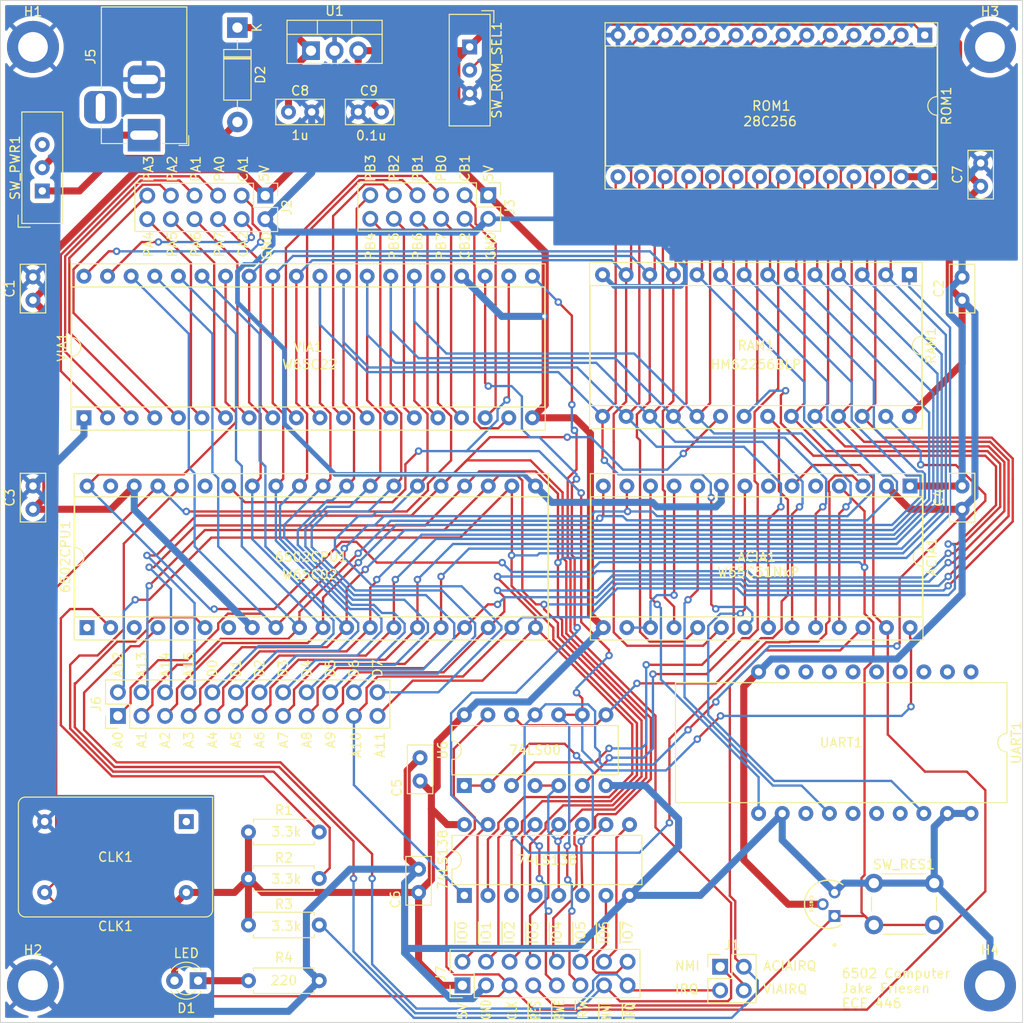
<source format=kicad_pcb>
(kicad_pcb (version 20221018) (generator pcbnew)
  (layers (0 "F.Cu" signal) (31 "B.Cu" signal) (34 "B.Paste" user) (35 "F.Paste" user) (36 "B.SilkS" user "B.Silkscreen") (37 "F.SilkS" user "F.Silkscreen") (38 "B.Mask" user) (39 "F.Mask" user) (44 "Edge.Cuts" user))
  (net 0 "")
  (net 1 "/~{IO6}")
  (net 3 "/~{IO5}")
  (net 4 "Net-(6502CPU1-RDY)")
  (net 5 "/~{IO4}")
  (net 8 "/A0")
  (net 9 "/A1")
  (net 10 "/A2")
  (net 11 "/A3")
  (net 12 "/A4")
  (net 13 "/A5")
  (net 14 "/A6")
  (net 15 "/A7")
  (net 16 "/A8")
  (net 17 "/A9")
  (net 18 "/A10")
  (net 19 "/A11")
  (net 20 "/A12")
  (net 21 "/A13")
  (net 22 "/A14")
  (net 23 "/A15")
  (net 25 "+5V")
  (net 26 "GND")
  (net 28 "/~{IO3}")
  (net 29 "/D0")
  (net 30 "Net-(6502CPU1-BE)")
  (net 31 "/D1")
  (net 32 "/D2")
  (net 34 "/D3")
  (net 35 "/D4")
  (net 36 "/D5")
  (net 37 "/D6")
  (net 38 "/D7")
  (net 40 "/~{IO2}")
  (net 42 "Net-(ACIA1-~{DCD})")
  (net 43 "/~{IO1}")
  (net 44 "/~{IRQ}")
  (net 45 "/~{NMI}")
  (net 46 "/R{slash}~{W}")
  (net 47 "/~{RES}")
  (net 49 "/~{ACIA_RTS}")
  (net 50 "/ACIA_TX")
  (net 51 "/ACIA_RX")
  (net 52 "/~{ACIAIRQ}")
  (net 53 "/~{VIAIRQ}")
  (net 54 "/CA1")
  (net 55 "/CA2")
  (net 56 "/PA0")
  (net 57 "/~{IO7}")
  (net 58 "/~{IO0}")
  (net 59 "/CLK")
  (net 60 "/ROM_SEL")
  (net 61 "/PA7")
  (net 62 "/PA1")
  (net 63 "/PA6")
  (net 64 "/PA2")
  (net 65 "/PA5")
  (net 66 "/PA3")
  (net 67 "/PA4")
  (net 68 "/CB1")
  (net 69 "/CB2")
  (net 70 "/PB0")
  (net 71 "/PB7")
  (net 72 "/PB1")
  (net 73 "/PB6")
  (net 74 "/PB2")
  (net 75 "/PB5")
  (net 76 "/PB3")
  (net 77 "/PB4")
  (net 78 "/~{RAMOE}")
  (net 79 "/~{RAMWE}")
  (net 80 "/~{ROMCS}")
  (net 81 "/~{ROMOE}")
  (net 82 "Net-(D1-K)")
  (net 83 "Net-(SW_PWR1-B)")
  (net 98 "Net-(D2-K)")
  (net 99 "Net-(D2-A)")
  (footprint "Capacitor_THT:C_Disc_D5.0mm_W2.5mm_P2.50mm" (layer "F.Cu") (at 123 40 90)
    (fp_text reference "C7")
    (fp_text value "0.1uF")
  )
  (footprint "MountingHole:MountingHole_3.2mm_M3_DIN965_Pad" (layer "F.Cu") (at 21 126)
    (fp_text reference "H2")
    (fp_text value "MountingHole_Pad" hide)
  )
  (footprint "Resistor_THT:R_Axial_DIN0207_L6.3mm_D2.5mm_P7.62mm_Horizontal" (layer "F.Cu") (at 44.19 114.5)
    (fp_text reference "R2")
    (fp_text value "3.3k")
  )
  (footprint "Capacitor_THT:C_Disc_D5.0mm_W2.5mm_P2.50mm" (layer "F.Cu") (at 62.66 104 90)
    (fp_text reference "C5")
    (fp_text value "0.1uF")
  )
  (footprint "Diode_THT:D_DO-41_SOD81_P10.16mm_Horizontal" (layer "F.Cu") (at 43 22.92 -90)
    (fp_text reference "D2")
    (fp_text value "1N4001")
  )
  (footprint "Capacitor_THT:C_Disc_D5.0mm_W2.5mm_P2.50mm" (layer "F.Cu") (at 121 74.76 90)
    (fp_text reference "C4")
    (fp_text value "0.1uF")
  )
  (footprint "Capacitor_THT:C_Disc_D5.0mm_W2.5mm_P2.50mm" (layer "F.Cu") (at 21 74.76 90)
    (fp_text reference "C3")
    (fp_text value "0.1uF")
  )
  (footprint "Package_DIP:DIP-28_W15.24mm_Socket" (layer "F.Cu") (at 115.4 72.26 -90)
    (fp_text reference "ACIA1")
    (fp_text value "W65C51NxP")
  )
  (footprint "Connector_PinHeader_2.54mm:PinHeader_2x06_P2.54mm_Vertical" (layer "F.Cu") (at 70 40.96 -90)
    (fp_text reference "J3")
    (fp_text value "VIA_PORTB")
  )
  (footprint "SW_THT_DPDT:SW_THT_DPDT" (layer "F.Cu") (at 68 27.5 -90)
    (fp_text reference "SW_ROM_SEL1")
    (fp_text value "SW_SPDT")
  )
  (footprint "Capacitor_THT:C_Disc_D5.0mm_W2.5mm_P2.50mm" (layer "F.Cu") (at 121 52.26 90)
    (fp_text reference "C2")
    (fp_text value "0.1uF")
  )
  (footprint "Package_DIP:DIP-16_W7.62mm" (layer "F.Cu") (at 67.425 116.32 90)
    (fp_text reference "74LS138")
    (fp_text value "74LS138" hide)
  )
  (footprint "Package_DIP:DIP-40_W15.24mm_Socket" (layer "F.Cu") (at 26.82 87.5 90)
    (fp_text reference "6502CPU1")
    (fp_text value "W65C02")
  )
  (footprint "SW_THT_DPDT:SW_THT_DPDT" (layer "F.Cu") (at 22 38 90)
    (fp_text reference "SW_PWR1")
    (fp_text value "SW_SPDT" hide)
  )
  (footprint "Connector_PinHeader_2.54mm:PinHeader_2x02_P2.54mm_Vertical" (layer "F.Cu") (at 94.96 124)
    (fp_text reference "J1")
    (fp_text value "INT_JMP")
  )
  (footprint "Oscillator:Oscillator_DIP-14" (layer "F.Cu") (at 37.5 108.38 180)
    (fp_text reference "CLK1")
    (fp_text value "CXO_DIP14" hide)
  )
  (footprint "Resistor_THT:R_Axial_DIN0207_L6.3mm_D2.5mm_P7.62mm_Horizontal" (layer "F.Cu") (at 51.81 125.5 180)
    (fp_text reference "R4")
    (fp_text value "220")
  )
  (footprint "MountingHole:MountingHole_3.2mm_M3_DIN965_Pad" (layer "F.Cu") (at 124 126)
    (fp_text reference "H4")
    (fp_text value "MountingHole_Pad" hide)
  )
  (footprint "MountingHole:MountingHole_3.2mm_M3_DIN965_Pad" (layer "F.Cu") (at 124 25)
    (fp_text reference "H3")
    (fp_text value "MountingHole_Pad" hide)
  )
  (footprint "Connector_BarrelJack:BarrelJack_Horizontal" (layer "F.Cu") (at 32.9575 34.5 -90)
    (fp_text reference "J5")
    (fp_text value "Barrel_Jack")
  )
  (footprint "Connector_PinHeader_2.54mm:PinHeader_2x08_P2.54mm_Vertical" (layer "F.Cu") (at 67.22 126 90)
    (fp_text reference "J7")
    (fp_text value "Expansion_IO")
  )
  (footprint "Package_DIP:DIP-14_W7.62mm" (layer "F.Cu") (at 67.42 104.5 90)
    (fp_text reference "U6")
    (fp_text value "74LS00" hide)
  )
  (footprint "DS1813-5:21-0248A" (layer "F.Cu") (at 106 116 90)
    (fp_text reference "DS1813")
    (fp_text value "DS1813-5")
  )
  (footprint "Resistor_THT:R_Axial_DIN0207_L6.3mm_D2.5mm_P7.62mm_Horizontal" (layer "F.Cu") (at 44.19 109.5)
    (fp_text reference "R1")
    (fp_text value "3.3k")
  )
  (footprint "Package_DIP:DIP-28_W15.24mm_Socket" (layer "F.Cu") (at 117.04 25 -90)
    (fp_text reference "ROM1")
    (fp_text value "28C256")
  )
  (footprint "Button_Switch_THT:SW_PUSH_6mm" (layer "F.Cu") (at 111.5 115)
    (fp_text reference "SW_RES1")
    (fp_text value "SW_Push")
  )
  (footprint "Package_DIP:DIP-40_W15.24mm_Socket" (layer "F.Cu") (at 26.486481 64.91494 90)
    (fp_text reference "VIA1")
    (fp_text value "W65C22")
  )
  (footprint "LED_THT:LED_D3.0mm" (layer "F.Cu") (at 38.775 125.5 180)
    (fp_text reference "D1")
    (fp_text value "LED")
  )
  (footprint "Capacitor_THT:C_Disc_D5.0mm_W2.5mm_P2.50mm" (layer "F.Cu") (at 62.5 116 90)
    (fp_text reference "C6")
    (fp_text value "0.1uF")
  )
  (footprint "Connector_PinHeader_2.54mm:PinHeader_2x12_P2.54mm_Vertical" (layer "F.Cu") (at 30.14 97 90)
    (fp_text reference "J6")
    (fp_text value "Expansion_Addr_Data")
  )
  (footprint "Package_DIP:DIP-28_W15.24mm_Socket" (layer "F.Cu") (at 115.32 49.52 -90)
    (fp_text reference "RAM1")
    (fp_text value "HM62256BLP")
  )
  (footprint "MountingHole:MountingHole_3.2mm_M3_DIN965_Pad" (layer "F.Cu") (at 21 25)
    (fp_text reference "H1")
    (fp_text value "MountingHole_Pad" hide)
  )
  (footprint "Resistor_THT:R_Axial_DIN0207_L6.3mm_D2.5mm_P7.62mm_Horizontal" (layer "F.Cu") (at 44.19 119.5)
    (fp_text reference "R3")
    (fp_text value "3.3k")
  )
  (footprint "Package_TO_SOT_THT:TO-220-3_Vertical" (layer "F.Cu") (at 50.92 25.40483)
    (fp_text reference "U1")
    (fp_text value "LM7805_TO220")
  )
  (footprint "SW_THT_DPDT:DIP-20_W15.24mm_UART" (layer "F.Cu") (at 124.5 92.26 -90)
    (fp_text reference "UART1")
    (fp_text value "USB_UART_BOARD")
  )
  (footprint "Capacitor_THT:C_Disc_D5.0mm_W2.5mm_P2.50mm" (layer "F.Cu") (at 48.5 32)
    (fp_text reference "C8")
    (fp_text value "1u")
  )
  (footprint "Connector_PinHeader_2.54mm:PinHeader_2x06_P2.54mm_Vertical" (layer "F.Cu") (at 46 41 -90)
    (fp_text reference "J2")
    (fp_text value "VIA_PORTA")
  )
  (footprint "Capacitor_THT:C_Disc_D5.0mm_W2.5mm_P2.50mm" (layer "F.Cu") (at 21 52.26 90)
    (fp_text reference "C1")
    (fp_text value "0.1uF")
  )
  (footprint "Capacitor_THT:C_Disc_D5.0mm_W2.5mm_P2.50mm" (layer "F.Cu") (at 58.5 32 180)
    (fp_text reference "C9")
    (fp_text value "0.1u")
  )
  (gr_rect (start 17.5 20) (end 127.5 130) (stroke (width 0.1)) (fill none) (layer "Edge.Cuts"))
  (gr_text "A6" (at 45.974 100.584 90) (layer "F.SilkS") (effects (font (size 1 1)) (justify left bottom)))
  (gr_text "A11" (at 58.928 101.6 90) (layer "F.SilkS") (effects (font (size 1 1)) (justify left bottom)))
  (gr_text "IRQ" (at 90 127) (layer "F.SilkS") (effects (font (size 1 1)) (justify left bottom)))
  (gr_text "PB0" (at 65.532 39.624 90) (layer "F.SilkS") (effects (font (size 1 1)) (justify left bottom)))
  (gr_text "A5" (at 43.434 100.584 90) (layer "F.SilkS") (effects (font (size 1 1)) (justify left bottom)))
  (gr_text "6502 Computer\nJake Friesen\nECE 446" (at 107.95 128.524) (layer "F.SilkS") (effects (font (size 1 1)) (justify left bottom)))
  (gr_text "~{IO1}" (at 70.358 121.666 90) (layer "F.SilkS") (effects (font (size 1 1)) (justify left bottom)))
  (gr_text "A7" (at 48.514 100.584 90) (layer "F.SilkS") (effects (font (size 1 1)) (justify left bottom)))
  (gr_text "~{IRQ}" (at 85.852 129.794 90) (layer "F.SilkS") (effects (font (size 1 0.7)) (justify left bottom)))
  (gr_text "A0" (at 30.734 100.584 90) (layer "F.SilkS") (effects (font (size 1 1)) (justify left bottom)))
  (gr_text "D7" (at 58.674 92.964 90) (layer "F.SilkS") (effects (font (size 1 1)) (justify left bottom)))
  (gr_text "~{IO4}" (at 77.978 121.666 90) (layer "F.SilkS") (effects (font (size 1 1)) (justify left bottom)))
  (gr_text "PA0" (at 41.656 39.624 90) (layer "F.SilkS") (effects (font (size 1 1)) (justify left bottom)))
  (gr_text "A14" (at 35.814 92.964 90) (layer "F.SilkS") (effects (font (size 1 1)) (justify left bottom)))
  (gr_text "CB1" (at 68.072 39.624 90) (layer "F.SilkS") (effects (font (size 1 1)) (justify left bottom)))
  (gr_text "D6" (at 56.134 92.964 90) (layer "F.SilkS") (effects (font (size 1 1)) (justify left bottom)))
  (gr_text "PB2" (at 60.452 39.624 90) (layer "F.SilkS") (effects (font (size 1 1)) (justify left bottom)))
  (gr_text "A15" (at 38.354 92.964 90) (layer "F.SilkS") (effects (font (size 1 1)) (justify left bottom)))
  (gr_text "~{RWE}" (at 78.232 129.794 90) (layer "F.SilkS") (effects (font (size 1 0.7)) (justify left bottom)))
  (gr_text "A1" (at 33.274 100.584 90) (layer "F.SilkS") (effects (font (size 1 1)) (justify left bottom)))
  (gr_text "CA1" (at 44.196 39.624 90) (layer "F.SilkS") (effects (font (size 1 1)) (justify left bottom)))
  (gr_text "GND" (at 70.866 48.006 90) (layer "F.SilkS") (effects (font (size 1 1)) (justify left bottom)))
  (gr_text "GND" (at 70.358 129.794 90) (layer "F.SilkS") (effects (font (size 1 0.7)) (justify left bottom)))
  (gr_text "5V" (at 70.612 39.624 90) (layer "F.SilkS") (effects (font (size 1 1)) (justify left bottom)))
  (gr_text "~{RES}" (at 75.692 129.794 90) (layer "F.SilkS") (effects (font (size 1 0.7)) (justify left bottom)))
  (gr_text "D3" (at 48.514 92.964 90) (layer "F.SilkS") (effects (font (size 1 1)) (justify left bottom)))
  (gr_text "PA1" (at 39.116 39.624 90) (layer "F.SilkS") (effects (font (size 1 1)) (justify left bottom)))
  (gr_text "~{IO5}" (at 80.518 121.666 90) (layer "F.SilkS") (effects (font (size 1 1)) (justify left bottom)))
  (gr_text "A3" (at 38.354 100.584 90) (layer "F.SilkS") (effects (font (size 1 1)) (justify left bottom)))
  (gr_text "CA2" (at 44.196 47.752 90) (layer "F.SilkS") (effects (font (size 1 1)) (justify left bottom)))
  (gr_text "~{IO0}" (at 67.818 121.666 90) (layer "F.SilkS") (effects (font (size 1 1)) (justify left bottom)))
  (gr_text "D5" (at 53.594 92.964 90) (layer "F.SilkS") (effects (font (size 1 1)) (justify left bottom)))
  (gr_text "PA5" (at 36.576 47.752 90) (layer "F.SilkS") (effects (font (size 1 1)) (justify left bottom)))
  (gr_text "ACIAIRQ" (at 99.5 124.5) (layer "F.SilkS") (effects (font (size 1 1)) (justify left bottom)))
  (gr_text "A2" (at 35.814 100.584 90) (layer "F.SilkS") (effects (font (size 1 1)) (justify left bottom)))
  (gr_text "~{IO6}" (at 83.058 121.666 90) (layer "F.SilkS") (effects (font (size 1 1)) (justify left bottom)))
  (gr_text "PB1" (at 62.992 39.624 90) (layer "F.SilkS") (effects (font (size 1 1)) (justify left bottom)))
  (gr_text "5V" (at 46.482 39.624 90) (layer "F.SilkS") (effects (font (size 1 1)) (justify left bottom)))
  (gr_text "PB4" (at 57.912 48.006 90) (layer "F.SilkS") (effects (font (size 1 1)) (justify left bottom)))
  (gr_text "PA4" (at 34.036 47.752 90) (layer "F.SilkS") (effects (font (size 1 1)) (justify left bottom)))
  (gr_text "PB6" (at 62.992 48.006 90) (layer "F.SilkS") (effects (font (size 1 1)) (justify left bottom)))
  (gr_text "A10" (at 56.388 101.6 90) (layer "F.SilkS") (effects (font (size 1 1)) (justify left bottom)))
  (gr_text "D0" (at 40.894 92.964 90) (layer "F.SilkS") (effects (font (size 1 1)) (justify left bottom)))
  (gr_text "PA6" (at 39.116 47.752 90) (layer "F.SilkS") (effects (font (size 1 1)) (justify left bottom)))
  (gr_text "~{IO3}" (at 75.438 121.666 90) (layer "F.SilkS") (effects (font (size 1 1)) (justify left bottom)))
  (gr_text "~{IO2}" (at 72.898 121.666 90) (layer "F.SilkS") (effects (font (size 1 1)) (justify left bottom)))
  (gr_text "5V" (at 67.818 129.794 90) (layer "F.SilkS") (effects (font (size 1 1)) (justify left bottom)))
  (gr_text "R~{W}" (at 80.772 129.794 90) (layer "F.SilkS") (effects (font (size 1 1)) (justify left bottom)))
  (gr_text "~{IO7}" (at 85.598 121.666 90) (layer "F.SilkS") (effects (font (size 1 1)) (justify left bottom)))
  (gr_text "VIAIRQ" (at 99.5 127) (layer "F.SilkS") (effects (font (size 1 1)) (justify left bottom)))
  (gr_text "A13" (at 33.274 92.964 90) (layer "F.SilkS") (effects (font (size 1 1)) (justify left bottom)))
  (gr_text "PB3" (at 57.912 39.624 90) (layer "F.SilkS") (effects (font (size 1 1)) (justify left bottom)))
  (gr_text "D1" (at 43.434 92.964 90) (layer "F.SilkS") (effects (font (size 1 1)) (justify left bottom)))
  (gr_text "D4" (at 51.054 92.964 90) (layer "F.SilkS") (effects (font (size 1 1)) (justify left bottom)))
  (gr_text "PA3" (at 34.036 39.624 90) (layer "F.SilkS") (effects (font (size 1 1)) (justify left bottom)))
  (gr_text "PA7" (at 41.656 47.752 90) (layer "F.SilkS") (effects (font (size 1 1)) (justify left bottom)))
  (gr_text "A12" (at 30.734 92.964 90) (layer "F.SilkS") (effects (font (size 1 1)) (justify left bottom)))
  (gr_text "PB5" (at 60.452 48.006 90) (layer "F.SilkS") (effects (font (size 1 1)) (justify left bottom)))
  (gr_text "~{NMI}" (at 83.312 129.794 90) (layer "F.SilkS") (effects (font (size 1 0.7)) (justify left bottom)))
  (gr_text "CB2" (at 68.072 48.006 90) (layer "F.SilkS") (effects (font (size 1 1)) (justify left bottom)))
  (gr_text "PB7" (at 65.532 48.006 90) (layer "F.SilkS") (effects (font (size 1 1)) (justify left bottom)))
  (gr_text "A4" (at 40.894 100.584 90) (layer "F.SilkS") (effects (font (size 1 1)) (justify left bottom)))
  (gr_text "D2" (at 45.974 92.964 90) (layer "F.SilkS") (effects (font (size 1 1)) (justify left bottom)))
  (gr_text "A9" (at 53.594 100.584 90) (layer "F.SilkS") (effects (font (size 1 1)) (justify left bottom)))
  (gr_text "GND" (at 46.736 48.006 90) (layer "F.SilkS") (effects (font (size 1 1)) (justify left bottom)))
  (gr_text "NMI\n" (at 90 124.5) (layer "F.SilkS") (effects (font (size 1 1)) (justify left bottom)))
  (gr_text "A8" (at 51.054 100.584 90) (layer "F.SilkS") (effects (font (size 1 1)) (justify left bottom)))
  (gr_text "CLK" (at 73.152 129.794 90) (layer "F.SilkS") (effects (font (size 1 0.7)) (justify left bottom)))
  (gr_text "PA2" (at 36.576 39.624 90) (layer "F.SilkS") (effects (font (size 1 1)) (justify left bottom)))
  (segment (start 83.79 110.115) (end 85.205 108.7) (width 0.25) (layer "F.Cu") (net 1))
  (segment (start 83.79 122.13) (end 83.79 110.115) (width 0.25) (layer "F.Cu") (net 1))
  (segment (start 82.46 123.46) (end 83.79 122.13) (width 0.25) (layer "F.Cu") (net 1))
  (segment (start 81.25 110.115) (end 82.665 108.7) (width 0.25) (layer "F.Cu") (net 3))
  (segment (start 81.25 122.13) (end 81.25 110.115) (width 0.25) (layer "F.Cu") (net 3))
  (segment (start 79.92 123.46) (end 81.25 122.13) (width 0.25) (layer "F.Cu") (net 3))
  (segment (start 24 86.5) (end 25 85.5) (width 0.25) (layer "F.Cu") (net 4))
  (segment (start 27.36 85.5) (end 29.36 87.5) (width 0.25) (layer "F.Cu") (net 4))
  (segment (start 51.81 109.5) (end 45.81 103.5) (width 0.25) (layer "F.Cu") (net 4))
  (segment (start 45.81 103.5) (end 29.5 103.5) (width 0.25) (layer "F.Cu") (net 4))
  (segment (start 29.5 103.5) (end 24 98) (width 0.25) (layer "F.Cu") (net 4))
  (segment (start 24 98) (end 24 86.5) (width 0.25) (layer "F.Cu") (net 4))
  (segment (start 25 85.5) (end 27.36 85.5) (width 0.25) (layer "F.Cu") (net 4))
  (segment (start 79.5 115.354009) (end 79.5 111.025305) (width 0.25) (layer "F.Cu") (net 5))
  (segment (start 77 118.785991) (end 79 116.785991) (width 0.25) (layer "F.Cu") (net 5))
  (segment (start 79.275 110.800305) (end 79.275 109.55) (width 0.25) (layer "F.Cu") (net 5))
  (segment (start 77.38 123.46) (end 77 123.08) (width 0.25) (layer "F.Cu") (net 5))
  (segment (start 77 123.08) (end 77 118.785991) (width 0.25) (layer "F.Cu") (net 5))
  (segment (start 79.5 111.025305) (end 79.275 110.800305) (width 0.25) (layer "F.Cu") (net 5))
  (segment (start 79 116.785991) (end 79 115.854009) (width 0.25) (layer "F.Cu") (net 5))
  (segment (start 79 115.854009) (end 79.5 115.354009) (width 0.25) (layer "F.Cu") (net 5))
  (segment (start 79.275 109.55) (end 80.125 108.7) (width 0.25) (layer "F.Cu") (net 5))
  (segment (start 92.46 49.52) (end 92.995 48.985) (width 0.25) (layer "F.Cu") (net 8))
  (segment (start 54.512299 78.987701) (end 54.512299 79.987701) (width 0.25) (layer "F.Cu") (net 8))
  (segment (start 41.969009 86) (end 45.64 86) (width 0.25) (layer "F.Cu") (net 8))
  (segment (start 40.935 87.034009) (end 41.969009 86) (width 0.25) (layer "F.Cu") (net 8))
  (segment (start 31.505 95.635) (end 31.505 93.973299) (width 0.25) (layer "F.Cu") (net 8))
  (segment (start 92.995 24.855) (end 94.12 23.73) (width 0.25) (layer "F.Cu") (net 8))
  (segment (start 84.92 72.26) (end 84.92 74.92) (width 0.25) (layer "F.Cu") (net 8))
  (segment (start 34.478299 91) (end 37.610991 91) (width 0.25) (layer "F.Cu") (net 8))
  (segment (start 92.995 48.985) (end 92.995 24.855) (width 0.25) (layer "F.Cu") (net 8))
  (segment (start 54.512299 79.987701) (end 47.14 87.36) (width 0.25) (layer "F.Cu") (net 8))
  (segment (start 30.14 97) (end 31.505 95.635) (width 0.25) (layer "F.Cu") (net 8))
  (segment (start 84.92 74.92) (end 85 75) (width 0.25) (layer "F.Cu") (net 8))
  (segment (start 31.505 93.973299) (end 34.478299 91) (width 0.25) (layer "F.Cu") (net 8))
  (segment (start 45.64 86) (end 47.14 87.5) (width 0.25) (layer "F.Cu") (net 8))
  (segment (start 37.610991 91) (end 40.935 87.675991) (width 0.25) (layer "F.Cu") (net 8))
  (segment (start 40.935 87.675991) (end 40.935 87.034009) (width 0.25) (layer "F.Cu") (net 8))
  (segment (start 47.14 87.36) (end 47.14 87.5) (width 0.25) (layer "F.Cu") (net 8))
  (via (at 54.512299 78.987701) (size 0.8) (drill 0.4) (layers "F.Cu" "B.Cu") (net 8))
  (via (at 85 75) (size 0.8) (drill 0.4) (layers "F.Cu" "B.Cu") (net 8))
  (segment (start 109.809009 71) (end 111.5 71) (width 0.25) (layer "B.Cu") (net 8))
  (segment (start 57.762701 76.5) (end 58.762701 75.5) (width 0.25) (layer "B.Cu") (net 8))
  (segment (start 38.395 78.755) (end 47.14 87.5) (width 0.25) (layer "B.Cu") (net 8))
  (segment (start 92.46 49.52) (end 104 61.06) (width 0.25) (layer "B.Cu") (net 8))
  (segment (start 104 61.06) (end 104 65.190991) (width 0.25) (layer "B.Cu") (net 8))
  (segment (start 85 75) (end 87.66 75) (width 0.25) (layer "B.Cu") (net 8))
  (segment (start 104 65.190991) (end 109.809009 71) (width 0.25) (layer "B.Cu") (net 8))
  (segment (start 38.395 70.895001) (end 38.395 78.755) (width 0.25) (layer "B.Cu") (net 8))
  (segment (start 108.670991 75.5) (end 88.16 75.5) (width 0.25) (layer "B.Cu") (net 8))
  (segment (start 37.771481 55.87994) (end 37.771481 70.271482) (width 0.25) (layer "B.Cu") (net 8))
  (segment (start 111.5 72.670991) (end 108.670991 75.5) (width 0.25) (layer "B.Cu") (net 8))
  (segment (start 111.5 71) (end 111.5 72.670991) (width 0.25) (layer "B.Cu") (net 8))
  (segment (start 37.771481 70.271482) (end 38.395 70.895001) (width 0.25) (layer "B.Cu") (net 8))
  (segment (start 54.512299 78.987701) (end 57 76.5) (width 0.25) (layer "B.Cu") (net 8))
  (segment (start 31.566481 49.67494) (end 37.771481 55.87994) (width 0.25) (layer "B.Cu") (net 8))
  (segment (start 87.66 75) (end 88.16 75.5) (width 0.25) (layer "B.Cu") (net 8))
  (segment (start 57 76.5) (end 57.762701 76.5) (width 0.25) (layer "B.Cu") (net 8))
  (segment (start 80.974695 75.5) (end 81.474695 75) (width 0.25) (layer "B.Cu") (net 8))
  (segment (start 58.762701 75.5) (end 80.974695 75.5) (width 0.25) (layer "B.Cu") (net 8))
  (segment (start 81.474695 75) (end 85 75) (width 0.25) (layer "B.Cu") (net 8))
  (segment (start 56 79.5) (end 49.68 85.82) (width 0.25) (layer "F.Cu") (net 9))
  (segment (start 48.47122 88.70878) (end 41.213123 88.70878) (width 0.25) (layer "F.Cu") (net 9))
  (segment (start 96.66 23.73) (end 95.245 25.145) (width 0.25) (layer "F.Cu") (net 9))
  (segment (start 36.518299 91.5) (end 33.855 94.163299) (width 0.25) (layer "F.Cu") (net 9))
  (segment (start 33.855 94.163299) (end 33.855 95.825) (width 0.25) (layer "F.Cu") (net 9))
  (segment (start 38.421903 91.5) (end 36.518299 91.5) (width 0.25) (layer "F.Cu") (net 9))
  (segment (start 82.38 75.3455) (end 82.38 72.26) (width 0.25) (layer "F.Cu") (net 9))
  (segment (start 49.68 85.82) (end 49.68 87.5) (width 0.25) (layer "F.Cu") (net 9))
  (segment (start 41.213123 88.70878) (end 38.421903 91.5) (width 0.25) (layer "F.Cu") (net 9))
  (segment (start 82 75.7255) (end 82.38 75.3455) (width 0.25) (layer "F.Cu") (net 9))
  (segment (start 95.245 49.275) (end 95 49.52) (width 0.25) (layer "F.Cu") (net 9))
  (segment (start 33.855 95.825) (end 32.68 97) (width 0.25) (layer "F.Cu") (net 9))
  (segment (start 49.68 87.5) (end 48.47122 88.70878) (width 0.25) (layer "F.Cu") (net 9))
  (segment (start 95.245 25.145) (end 95.245 49.275) (width 0.25) (layer "F.Cu") (net 9))
  (via (at 82 75.7255) (size 0.8) (drill 0.4) (layers "F.Cu" "B.Cu") (net 9))
  (via (at 56 79.5) (size 0.8) (drill 0.4) (layers "F.Cu" "B.Cu") (net 9))
  (segment (start 40.935 78.755) (end 49.68 87.5) (width 0.25) (layer "B.Cu") (net 9))
  (segment (start 112.484009 71.135) (end 106.5 65.150991) (width 0.25) (layer "B.Cu") (net 9))
  (segment (start 40.935 71.435) (end 40.935 78.755) (width 0.25) (layer "B.Cu") (net 9))
  (segment (start 34.106481 49.67494) (end 40.311481 55.87994) (width 0.25) (layer "B.Cu") (net 9))
  (segment (start 82.2255 75.5) (end 84.474695 75.5) (width 0.25) (layer "B.Cu") (net 9))
  (segment (start 82 75.7255) (end 81.7255 76) (width 0.25) (layer "B.Cu") (net 9))
  (segment (start 113.985 71.794009) (end 113.325991 71.135) (width 0.25) (layer "B.Cu") (net 9))
  (segment (start 106.5 65.150991) (end 106.5 61.02) (width 0.25) (layer "B.Cu") (net 9))
  (segment (start 84.474695 75.5) (end 84.924695 75.95) (width 0.25) (layer "B.Cu") (net 9))
  (segment (start 84.924695 75.95) (end 110.760991 75.95) (width 0.25) (layer "B.Cu") (net 9))
  (segment (start 81.7255 76) (end 59.5 76) (width 0.25) (layer "B.Cu") (net 9))
  (segment (start 113.325991 71.135) (end 112.484009 71.135) (width 0.25) (layer "B.Cu") (net 9))
  (segment (start 59.5 76) (end 56 79.5) (width 0.25) (layer "B.Cu") (net 9))
  (segment (start 106.5 61.02) (end 95 49.52) (width 0.25) (layer "B.Cu") (net 9))
  (segment (start 40.311481 70.811481) (end 40.935 71.435) (width 0.25) (layer "B.Cu") (net 9))
  (segment (start 110.760991 75.95) (end 113.985 72.725991) (width 0.25) (layer "B.Cu") (net 9))
  (segment (start 82 75.7255) (end 82.2255 75.5) (width 0.25) (layer "B.Cu") (net 9))
  (segment (start 40.311481 55.87994) (end 40.311481 70.811481) (width 0.25) (layer "B.Cu") (net 9))
  (segment (start 113.985 72.725991) (end 113.985 71.794009) (width 0.25) (layer "B.Cu") (net 9))
  (segment (start 97.785 49.275) (end 97.54 49.52) (width 0.25) (layer "F.Cu") (net 10))
  (segment (start 41.399519 89.15878) (end 36.5 94.058299) (width 0.25) (layer "F.Cu") (net 10))
  (segment (start 52.22 87.5) (end 50.56122 89.15878) (width 0.25) (layer "F.Cu") (net 10))
  (segment (start 56.024598 80.5) (end 56 80.5) (width 0.25) (layer "F.Cu") (net 10))
  (segment (start 36.5 94.058299) (end 36.5 95.72) (width 0.25) (layer "F.Cu") (net 10))
  (segment (start 50.56122 89.15878) (end 41.399519 89.15878) (width 0.25) (layer "F.Cu") (net 10))
  (segment (start 99.2 23.73) (end 97.785 25.145) (width 0.25) (layer "F.Cu") (net 10))
  (segment (start 56 80.5) (end 52.22 84.28) (width 0.25) (layer "F.Cu") (net 10))
  (segment (start 52.22 84.28) (end 52.22 87.5) (width 0.25) (layer "F.Cu") (net 10))
  (segment (start 36.5 95.72) (end 35.22 97) (width 0.25) (layer "F.Cu") (net 10))
  (segment (start 97.785 25.145) (end 97.785 49.275) (width 0.25) (layer "F.Cu") (net 10))
  (via (at 56.024598 80.5) (size 0.8) (drill 0.4) (layers "F.Cu" "B.Cu") (net 10))
  (segment (start 42.851481 55.87994) (end 42.851481 69.486481) (width 0.25) (layer "B.Cu") (net 10))
  (segment (start 116.525 71.135) (end 115.024009 71.135) (width 0.25) (layer "B.Cu") (net 10))
  (segment (start 56.024598 80.5) (end 60.074598 76.45) (width 0.25) (layer "B.Cu") (net 10))
  (segment (start 116.525 73.385) (end 116.525 71.135) (width 0.25) (layer "B.Cu") (net 10))
  (segment (start 43.475 78.755) (end 52.22 87.5) (width 0.25) (layer "B.Cu") (net 10))
  (segment (start 42.851481 69.486481) (end 43.475 70.11) (width 0.25) (layer "B.Cu") (net 10))
  (segment (start 113.46 76.45) (end 116.525 73.385) (width 0.25) (layer "B.Cu") (net 10))
  (segment (start 36.646481 49.67494) (end 42.851481 55.87994) (width 0.25) (layer "B.Cu") (net 10))
  (segment (start 115.024009 71.135) (end 109.115 65.225991) (width 0.25) (layer "B.Cu") (net 10))
  (segment (start 109.115 61.095) (end 97.54 49.52) (width 0.25) (layer "B.Cu") (net 10))
  (segment (start 60.074598 76.45) (end 113.46 76.45) (width 0.25) (layer "B.Cu") (net 10))
  (segment (start 109.115 65.225991) (end 109.115 61.095) (width 0.25) (layer "B.Cu") (net 10))
  (segment (start 43.475 70.11) (end 43.475 78.755) (width 0.25) (layer "B.Cu") (net 10))
  (segment (start 52.65122 89.60878) (end 43.489519 89.60878) (width 0.25) (layer "F.Cu") (net 11))
  (segment (start 39 95.76) (end 37.76 97) (width 0.25) (layer "F.Cu") (net 11))
  (segment (start 101.74 23.73) (end 100.325 25.145) (width 0.25) (layer "F.Cu") (net 11))
  (segment (start 100.325 49.275) (end 100.08 49.52) (width 0.25) (layer "F.Cu") (net 11))
  (segment (start 39 94.098299) (end 39 95.76) (width 0.25) (layer "F.Cu") (net 11))
  (segment (start 54.76 83.24) (end 54.76 87.5) (width 0.25) (layer "F.Cu") (net 11))
  (segment (start 56.762299 81.237701) (end 54.76 83.24) (width 0.25) (layer "F.Cu") (net 11))
  (segment (start 43.489519 89.60878) (end 39 94.098299) (width 0.25) (layer "F.Cu") (net 11))
  (segment (start 54.76 87.5) (end 52.65122 89.60878) (width 0.25) (layer "F.Cu") (net 11))
  (segment (start 100.325 25.145) (end 100.325 49.275) (width 0.25) (layer "F.Cu") (net 11))
  (via (at 56.762299 81.237701) (size 0.8) (drill 0.4) (layers "F.Cu" "B.Cu") (net 11))
  (segment (start 39.186481 49.67494) (end 45.391481 55.87994) (width 0.25) (layer "B.Cu") (net 11))
  (segment (start 46.015 70.15) (end 46.015 78.755) (width 0.25) (layer "B.Cu") (net 11))
  (segment (start 116.711396 70.685) (end 116.198198 70.685) (width 0.25) (layer "B.Cu") (net 11))
  (segment (start 45.391481 55.87994) (end 45.391481 69.526481) (width 0.25) (layer "B.Cu") (net 11))
  (segment (start 117 73.546396) (end 117 70.973604) (width 0.25) (layer "B.Cu") (net 11))
  (segment (start 111.5 60.94) (end 100.08 49.52) (width 0.25) (layer "B.Cu") (net 11))
  (segment (start 117 70.973604) (end 116.711396 70.685) (width 0.25) (layer "B.Cu") (net 11))
  (segment (start 46.015 78.755) (end 54.76 87.5) (width 0.25) (layer "B.Cu") (net 11))
  (segment (start 111.5 65.986802) (end 111.5 60.94) (width 0.25) (layer "B.Cu") (net 11))
  (segment (start 45.391481 69.526481) (end 46.015 70.15) (width 0.25) (layer "B.Cu") (net 11))
  (segment (start 116.198198 70.685) (end 111.5 65.986802) (width 0.25) (layer "B.Cu") (net 11))
  (segment (start 56.762299 81.237701) (end 61 77) (width 0.25) (layer "B.Cu") (net 11))
  (segment (start 61 77) (end 113.546396 77) (width 0.25) (layer "B.Cu") (net 11))
  (segment (start 113.546396 77) (end 117 73.546396) (width 0.25) (layer "B.Cu") (net 11))
  (segment (start 54.74122 90.05878) (end 45.39122 90.05878) (width 0.25) (layer "F.Cu") (net 12))
  (segment (start 57.3 83.2) (end 57.3 87.5) (width 0.25) (layer "F.Cu") (net 12))
  (segment (start 41.475 95.825) (end 40.3 97) (width 0.25) (layer "F.Cu") (net 12))
  (segment (start 103.155 24.855) (end 103.155 48.985) (width 0.25) (layer "F.Cu") (net 12))
  (segment (start 45.39122 90.05878) (end 41.475 93.975) (width 0.25) (layer "F.Cu") (net 12))
  (segment (start 58 82.5) (end 57.3 83.2) (width 0.25) (layer "F.Cu") (net 12))
  (segment (start 41.475 93.975) (end 41.475 95.825) (width 0.25) (layer "F.Cu") (net 12))
  (segment (start 103.155 48.985) (end 102.62 49.52) (width 0.25) (layer "F.Cu") (net 12))
  (segment (start 104.28 23.73) (end 103.155 24.855) (width 0.25) (layer "F.Cu") (net 12))
  (segment (start 57.3 87.5) (end 54.74122 90.05878) (width 0.25) (layer "F.Cu") (net 12))
  (segment (start 58 82.3255) (end 58 82.5) (width 0.25) (layer "F.Cu") (net 12))
  (via (at 58 82.3255) (size 0.8) (drill 0.4) (layers "F.Cu" "B.Cu") (net 12))
  (segment (start 62.8255 77.5) (end 113.682792 77.5) (width 0.25) (layer "B.Cu") (net 12))
  (segment (start 117.45 64.35) (end 102.62 49.52) (width 0.25) (layer "B.Cu") (net 12))
  (segment (start 113.682792 77.5) (end 117.45 73.732792) (width 0.25) (layer "B.Cu") (net 12))
  (segment (start 58 82.3255) (end 62.8255 77.5) (width 0.25) (layer "B.Cu") (net 12))
  (segment (start 117.45 73.732792) (end 117.45 64.35) (width 0.25) (layer "B.Cu") (net 12))
  (segment (start 106.82 23.73) (end 105.405 25.145) (width 0.25) (layer "F.Cu") (net 13))
  (segment (start 56.83122 90.50878) (end 47.49122 90.50878) (width 0.25) (layer "F.Cu") (net 13))
  (segment (start 59.84 82.66) (end 59.84 87.5) (width 0.25) (layer "F.Cu") (net 13))
  (segment (start 44.015 95.825) (end 42.84 97) (width 0.25) (layer "F.Cu") (net 13))
  (segment (start 47.49122 90.50878) (end 44.015 93.985) (width 0.25) (layer "F.Cu") (net 13))
  (segment (start 105.405 25.145) (end 105.405 49.275) (width 0.25) (layer "F.Cu") (net 13))
  (segment (start 44.015 93.985) (end 44.015 95.825) (width 0.25) (layer "F.Cu") (net 13))
  (segment (start 59.84 87.5) (end 56.83122 90.50878) (width 0.25) (layer "F.Cu") (net 13))
  (segment (start 105.405 49.275) (end 105.16 49.52) (width 0.25) (layer "F.Cu") (net 13))
  (segment (start 60 82.5) (end 59.84 82.66) (width 0.25) (layer "F.Cu") (net 13))
  (segment (start 60 82.3255) (end 60 82.5) (width 0.25) (layer "F.Cu") (net 13))
  (via (at 60 82.3255) (size 0.8) (drill 0.4) (layers "F.Cu" "B.Cu") (net 13))
  (segment (start 113.869188 77.95) (end 117.9 73.919188) (width 0.25) (layer "B.Cu") (net 13))
  (segment (start 117.9 62.26) (end 105.16 49.52) (width 0.25) (layer "B.Cu") (net 13))
  (segment (start 64.3755 77.95) (end 113.869188 77.95) (width 0.25) (layer "B.Cu") (net 13))
  (segment (start 60 82.3255) (end 64.3755 77.95) (width 0.25) (layer "B.Cu") (net 13))
  (segment (start 117.9 73.919188) (end 117.9 62.26) (width 0.25) (layer "B.Cu") (net 13))
  (segment (start 46.555 95.825) (end 45.38 97) (width 0.25) (layer "F.Cu") (net 14))
  (segment (start 62.38 82.3255) (end 62.38 87.5) (width 0.25) (layer "F.Cu") (net 14))
  (segment (start 58.92122 90.95878) (end 49.569519 90.95878) (width 0.25) (layer "F.Cu") (net 14))
  (segment (start 109.36 23.73) (end 107.945 25.145) (width 0.25) (layer "F.Cu") (net 14))
  (segment (start 107.945 25.145) (end 107.945 49.275) (width 0.25) (layer "F.Cu") (net 14))
  (segment (start 62.38 87.5) (end 58.92122 90.95878) (width 0.25) (layer "F.Cu") (net 14))
  (segment (start 107.945 49.275) (end 107.7 49.52) (width 0.25) (layer "F.Cu") (net 14))
  (segment (start 46.555 93.973299) (end 46.555 95.825) (width 0.25) (layer "F.Cu") (net 14))
  (segment (start 49.569519 90.95878) (end 46.555 93.973299) (width 0.25) (layer "F.Cu") (net 14))
  (via (at 62.38 82.3255) (size 0.8) (drill 0.4) (layers "F.Cu" "B.Cu") (net 14))
  (segment (start 113.955584 78.5) (end 118.35 74.105584) (width 0.25) (layer "B.Cu") (net 14))
  (segment (start 66.2055 78.5) (end 113.955584 78.5) (width 0.25) (layer "B.Cu") (net 14))
  (segment (start 62.38 82.3255) (end 66.2055 78.5) (width 0.25) (layer "B.Cu") (net 14))
  (segment (start 118.35 74.105584) (end 118.35 60.17) (width 0.25) (layer "B.Cu") (net 14))
  (segment (start 118.35 60.17) (end 107.7 49.52) (width 0.25) (layer "B.Cu") (net 14))
  (segment (start 49.095 95.825) (end 47.92 97) (width 0.25) (layer "F.Cu") (net 15))
  (segment (start 51.849519 91.40878) (end 49.095 94.163299) (width 0.25) (layer "F.Cu") (net 15))
  (segment (start 61.01122 91.40878) (end 51.849519 91.40878) (width 0.25) (layer "F.Cu") (net 15))
  (segment (start 111.9 23.73) (end 110.775 24.855) (width 0.25) (layer "F.Cu") (net 15))
  (segment (start 110.775 48.985) (end 110.24 49.52) (width 0.25) (layer "F.Cu") (net 15))
  (segment (start 110.775 24.855) (end 110.775 48.985) (width 0.25) (layer "F.Cu") (net 15))
  (segment (start 64.92 87.5) (end 61.01122 91.40878) (width 0.25) (layer "F.Cu") (net 15))
  (segment (start 64.92 82) (end 64.92 87.5) (width 0.25) (layer "F.Cu") (net 15))
  (segment (start 49.095 94.163299) (end 49.095 95.825) (width 0.25) (layer "F.Cu") (net 15))
  (via (at 64.92 82) (size 0.8) (drill 0.4) (layers "F.Cu" "B.Cu") (net 15))
  (segment (start 118.8 74.7) (end 118.8 58.08) (width 0.25) (layer "B.Cu") (net 15))
  (segment (start 118.8 58.08) (end 110.24 49.52) (width 0.25) (layer "B.Cu") (net 15))
  (segment (start 114.5 79) (end 118.8 74.7) (width 0.25) (layer "B.Cu") (net 15))
  (segment (start 67.92 79) (end 114.5 79) (width 0.25) (layer "B.Cu") (net 15))
  (segment (start 64.92 82) (end 67.92 79) (width 0.25) (layer "B.Cu") (net 15))
  (segment (start 126 75.5) (end 119.5 82) (width 0.25) (layer "F.Cu") (net 16))
  (segment (start 109.115 39.215) (end 109.115 63.345) (width 0.25) (layer "F.Cu") (net 16))
  (segment (start 67.46 87.5) (end 63.10122 91.85878) (width 0.25) (layer "F.Cu") (net 16))
  (segment (start 71 85) (end 69.96 85) (width 0.25) (layer "F.Cu") (net 16))
  (segment (start 107.7 64.76) (end 110.44 67.5) (width 0.25) (layer "F.Cu") (net 16))
  (segment (start 124 67.5) (end 126 69.5) (width 0.25) (layer "F.Cu") (net 16))
  (segment (start 126 69.5) (end 126 74) (width 0.25) (layer "F.Cu") (net 16))
  (segment (start 63.10122 91.85878) (end 53.749519 91.85878) (width 0.25) (layer "F.Cu") (net 16))
  (segment (start 51.635 93.973299) (end 51.635 95.825) (width 0.25) (layer "F.Cu") (net 16))
  (segment (start 53.749519 91.85878) (end 51.635 93.973299) (width 0.25) (layer "F.Cu") (net 16))
  (segment (start 110.44 67.5) (end 124 67.5) (width 0.25) (layer "F.Cu") (net 16))
  (segment (start 109.36 38.97) (end 109.115 39.215) (width 0.25) (layer "F.Cu") (net 16))
  (segment (start 51.635 95.825) (end 50.46 97) (width 0.25) (layer "F.Cu") (net 16))
  (segment (start 69.96 85) (end 67.46 87.5) (width 0.25) (layer "F.Cu") (net 16))
  (segment (start 109.115 63.345) (end 107.7 64.76) (width 0.25) (layer "F.Cu") (net 16))
  (segment (start 126 74) (end 126 75.5) (width 0.25) (layer "F.Cu") (net 16))
  (via (at 119.5 82) (size 0.8) (drill 0.4) (layers "F.Cu" "B.Cu") (net 16))
  (via (at 71 85) (size 0.8) (drill 0.4) (layers "F.Cu" "B.Cu") (net 16))
  (segment (start 97.262598 82.325) (end 83.572249 82.325) (width 0.25) (layer "B.Cu") (net 16))
  (segment (start 97.937598 83) (end 97.262598 82.325) (width 0.25) (layer "B.Cu") (net 16))
  (segment (start 119.5 82) (end 119.474695 82) (width 0.25) (layer "B.Cu") (net 16))
  (segment (start 71.775 84.225) (end 71 85) (width 0.25) (layer "B.Cu") (net 16))
  (segment (start 81.672249 84.225) (end 71.775 84.225) (width 0.25) (layer "B.Cu") (net 16))
  (segment (start 119.474695 82) (end 118.474695 83) (width 0.25) (layer "B.Cu") (net 16))
  (segment (start 83.572249 82.325) (end 81.672249 84.225) (width 0.25) (layer "B.Cu") (net 16))
  (segment (start 118.474695 83) (end 97.937598 83) (width 0.25) (layer "B.Cu") (net 16))
  (segment (start 65.19122 92.30878) (end 56.029519 92.30878) (width 0.25) (layer "F.Cu") (net 17))
  (segment (start 123.863604 68) (end 125.55 69.686396) (width 0.25) (layer "F.Cu") (net 17))
  (segment (start 70 87.5) (end 65.19122 92.30878) (width 0.25) (layer "F.Cu") (net 17))
  (segment (start 54.365 93.973299) (end 54.365 95.635) (width 0.25) (layer "F.Cu") (net 17))
  (segment (start 56.029519 92.30878) (end 54.365 93.973299) (width 0.25) (layer "F.Cu") (net 17))
  (segment (start 119 68) (end 123.863604 68) (width 0.25) (layer "F.Cu") (net 17))
  (segment (start 108.4 68) (end 119 68) (width 0.25) (layer "F.Cu") (net 17))
  (segment (start 125.55 70) (end 125.55 74.95) (width 0.25) (layer "F.Cu") (net 17))
  (segment (start 125.55 69.686396) (end 125.55 70) (width 0.25) (layer "F.Cu") (net 17))
  (segment (start 125.55 74.95) (end 120 80.5) (width 0.25) (layer "F.Cu") (net 17))
  (segment (start 54.365 95.635) (end 53 97) (width 0.25) (layer "F.Cu") (net 17))
  (segment (start 71 83.5) (end 71.725 84.225) (width 0.25) (layer "F.Cu") (net 17))
  (segment (start 71.725 85.775) (end 70 87.5) (width 0.25) (layer "F.Cu") (net 17))
  (segment (start 71.725 84.225) (end 71.725 85.775) (width 0.25) (layer "F.Cu") (net 17))
  (segment (start 120 80.5) (end 119.5 80.5) (width 0.25) (layer "F.Cu") (net 17))
  (segment (start 106.575 63.345) (end 105.16 64.76) (width 0.25) (layer "F.Cu") (net 17))
  (segment (start 106.82 38.97) (end 106.575 39.215) (width 0.25) (layer "F.Cu") (net 17))
  (segment (start 106.575 39.215) (end 106.575 63.345) (width 0.25) (layer "F.Cu") (net 17))
  (segment (start 105.16 64.76) (end 108.4 68) (width 0.25) (layer "F.Cu") (net 17))
  (via (at 71 83.5) (size 0.8) (drill 0.4) (layers "F.Cu" "B.Cu") (net 17))
  (via (at 119.5 80.5) (size 0.8) (drill 0.4) (layers "F.Cu" "B.Cu") (net 17))
  (segment (start 117.45 82.55) (end 119.5 80.5) (width 0.25) (layer "B.Cu") (net 17))
  (segment (start 81.760853 83.5) (end 83.385853 81.875) (width 0.25) (layer "B.Cu") (net 17))
  (segment (start 97.448994 81.875) (end 98.123994 82.55) (width 0.25) (layer "B.Cu") (net 17))
  (segment (start 71 83.5) (end 81.760853 83.5) (width 0.25) (layer "B.Cu") (net 17))
  (segment (start 98.123994 82.55) (end 117.45 82.55) (width 0.25) (layer "B.Cu") (net 17))
  (segment (start 83.385853 81.875) (end 97.448994 81.875) (width 0.25) (layer "B.Cu") (net 17))
  (segment (start 120.463604 78.5) (end 119.5 78.5) (width 0.25) (layer "F.Cu") (net 18))
  (segment (start 99.2 38.97) (end 98.955 39.215) (width 0.25) (layer "F.Cu") (net 18))
  (segment (start 72.54 87.5) (end 67.28122 92.75878) (width 0.25) (layer "F.Cu") (net 18))
  (segment (start 124.65 70.15) (end 124.65 74.313604) (width 0.25) (layer "F.Cu") (net 18))
  (segment (start 124.65 74.313604) (end 120.463604 78.5) (width 0.25) (layer "F.Cu") (net 18))
  (segment (start 101.495 62.505) (end 101.495 65.495) (width 0.25) (layer "F.Cu") (net 18))
  (segment (start 67.28122 92.75878) (end 58.119519 92.75878) (width 0.25) (layer "F.Cu") (net 18))
  (segment (start 98.955 39.215) (end 98.955 63.345) (width 0.25) (layer "F.Cu") (net 18))
  (segment (start 101.495 65.495) (end 105 69) (width 0.25) (layer "F.Cu") (net 18))
  (segment (start 56.905 95.635) (end 55.54 97) (width 0.25) (layer "F.Cu") (net 18))
  (segment (start 58.119519 92.75878) (end 56.905 93.973299) (width 0.25) (layer "F.Cu") (net 18))
  (segment (start 123.5 69) (end 124.65 70.15) (width 0.25) (layer "F.Cu") (net 18))
  (segment (start 102 62) (end 101.495 62.505) (width 0.25) (layer "F.Cu") (net 18))
  (segment (start 98.955 63.345) (end 97.54 64.76) (width 0.25) (layer "F.Cu") (net 18))
  (segment (start 105 69) (end 123.5 69) (width 0.25) (layer "F.Cu") (net 18))
  (segment (start 56.905 93.973299) (end 56.905 95.635) (width 0.25) (layer "F.Cu") (net 18))
  (via (at 119.5 78.5) (size 0.8) (drill 0.4) (layers "F.Cu" "B.Cu") (net 18))
  (via (at 102 62) (size 0.8) (drill 0.4) (layers "F.Cu" "B.Cu") (net 18))
  (segment (start 100.3 62) (end 102 62) (width 0.25) (layer "B.Cu") (net 18))
  (segment (start 96.775 83.275) (end 83.895041 83.275) (width 0.25) (layer "B.Cu") (net 18))
  (segment (start 55.54 104.435) (end 55.54 97) (width 0.25) (layer "B.Cu") (net 18))
  (segment (start 67.425 116.32) (end 55.54 104.435) (width 0.25) (layer "B.Cu") (net 18))
  (segment (start 73.665 86.375) (end 72.54 87.5) (width 0.25) (layer "B.Cu") (net 18))
  (segment (start 80.795041 86.375) (end 73.665 86.375) (width 0.25) (layer "B.Cu") (net 18))
  (segment (start 97.5 84) (end 96.775 83.275) (width 0.25) (layer "B.Cu") (net 18))
  (segment (start 120.225 78.725) (end 120.225 83.300305) (width 0.25) (layer "B.Cu") (net 18))
  (segment (start 119.5 78.5) (end 120 78.5) (width 0.25) (layer "B.Cu") (net 18))
  (segment (start 119.525305 84) (end 97.5 84) (width 0.25) (layer "B.Cu") (net 18))
  (segment (start 120.225 83.300305) (end 119.525305 84) (width 0.25) (layer "B.Cu") (net 18))
  (segment (start 83.895041 83.275) (end 80.795041 86.375) (width 0.25) (layer "B.Cu") (net 18))
  (segment (start 120 78.5) (end 120.225 78.725) (width 0.25) (layer "B.Cu") (net 18))
  (segment (start 97.54 64.76) (end 100.3 62) (width 0.25) (layer "B.Cu") (net 18))
  (segment (start 124.363604 69.136396) (end 125.1 69.872792) (width 0.25) (layer "F.Cu") (net 19))
  (segment (start 106.36 68.5) (end 115.5 68.5) (width 0.25) (layer "F.Cu") (net 19))
  (segment (start 69.965 110.290991) (end 69.965 116.32) (width 0.25) (layer "F.Cu") (net 19))
  (segment (start 73.857394 105.732606) (end 71.09 108.5) (width 0.25) (layer "F.Cu") (net 19))
  (segment (start 85.5 103.250991) (end 83.018385 105.732606) (width 0.25) (layer "F.Cu") (net 19))
  (segment (start 115.5 68.5) (end 123.727208 68.5) (width 0.25) (layer "F.Cu") (net 19))
  (segment (start 104.28 38.97) (end 104.035 39.215) (width 0.25) (layer "F.Cu") (net 19))
  (segment (start 104.035 39.215) (end 104.035 63.345) (width 0.25) (layer "F.Cu") (net 19))
  (segment (start 71 82) (end 71 82.136396) (width 0.25) (layer "F.Cu") (net 19))
  (segment (start 75.08 86.216396) (end 75.08 87.5) (width 0.25) (layer "F.Cu") (net 19))
  (segment (start 85.5 97.92) (end 85.5 103.250991) (width 0.25) (layer "F.Cu") (net 19))
  (segment (start 125.1 69.872792) (end 125.1 74.5) (width 0.25) (layer "F.Cu") (net 19))
  (segment (start 102.62 64.76) (end 106.36 68.5) (width 0.25) (layer "F.Cu") (net 19))
  (segment (start 83.018385 105.732606) (end 73.857394 105.732606) (width 0.25) (layer "F.Cu") (net 19))
  (segment (start 71.09 108.5) (end 71.09 109.165991) (width 0.25) (layer "F.Cu") (net 19))
  (segment (start 71 82.136396) (end 75.08 86.216396) (width 0.25) (layer "F.Cu") (net 19))
  (segment (start 123.727208 68.5) (end 124.363604 69.136396) (width 0.25) (layer "F.Cu") (net 19))
  (segment (start 61.87122 93.20878) (end 58.08 97) (width 0.25) (layer "F.Cu") (net 19))
  (segment (start 120.1 79.5) (end 119.5 79.5) (width 0.25) (layer "F.Cu") (net 19))
  (segment (start 125.1 74.5) (end 120.1 79.5) (width 0.25) (layer "F.Cu") (net 19))
  (segment (start 75.08 87.5) (end 85.5 97.92) (width 0.25) (layer "F.Cu") (net 19))
  (segment (start 75.08 87.5) (end 69.37122 93.20878) (width 0.25) (layer "F.Cu") (net 19))
  (segment (start 104.035 63.345) (end 102.62 64.76) (width 0.25) (layer "F.Cu") (net 19))
  (segment (start 69.37122 93.20878) (end 61.87122 93.20878) (width 0.25) (layer "F.Cu") (net 19))
  (segment (start 71.09 109.165991) (end 69.965 110.290991) (width 0.25) (layer "F.Cu") (net 19))
  (via (at 71 82) (size 0.8) (drill 0.4) (layers "F.Cu" "B.Cu") (net 19))
  (via (at 119.5 79.5) (size 0.8) (drill 0.4) (layers "F.Cu" "B.Cu") (net 19))
  (segment (start 81.086396 82) (end 71 82) (width 0.25) (layer "B.Cu") (net 19))
  (segment (start 100.4 82.1) (end 100 82.1) (width 0.25) (layer "B.Cu") (net 19))
  (segment (start 116.874695 82.1) (end 110 82.1) (width 0.25) (layer "B.Cu") (net 19))
  (segment (start 98.6 82.1) (end 98.5 82) (width 0.25) (layer "B.Cu") (net 19))
  (segment (start 98.5 82) (end 97.925 81.425) (width 0.25) (layer "B.Cu") (net 19))
  (segment (start 110 82.1) (end 100.4 82.1) (width 0.25) (layer "B.Cu") (net 19))
  (segment (start 100 82.1) (end 98.6 82.1) (width 0.25) (layer "B.Cu") (net 19))
  (segment (start 85 81.425) (end 81.661396 81.425) (width 0.25) (layer "B.Cu") (net 19))
  (segment (start 97.925 81.425) (end 85 81.425) (width 0.25) (layer "B.Cu") (net 19))
  (segment (start 119.5 79.5) (end 119.474695 79.5) (width 0.25) (layer "B.Cu") (net 19))
  (segment (start 81.661396 81.425) (end 81.086396 82) (width 0.25) (layer "B.Cu") (net 19))
  (segment (start 119.474695 79.5) (end 116.874695 82.1) (width 0.25) (layer "B.Cu") (net 19))
  (segment (start 86 97.783604) (end 86 103.387387) (width 0.25) (layer "F.Cu") (net 20))
  (segment (start 113.315 24.855) (end 113.315 48.985) (width 0.25) (layer "F.Cu") (net 20))
  (segment (start 72.505 110.495) (end 72.505 116.32) (width 0.25) (layer "F.Cu") (net 20))
  (segment (start 32 84.5) (end 33.5 84.5) (width 0.25) (layer "F.Cu") (net 20))
  (segment (start 72.54 79.696219) (end 72.511719 79.7245) (width 0.25) (layer "F.Cu") (net 20))
  (segment (start 40.187299 77.812701) (end 66.987299 77.812701) (width 0.25) (layer "F.Cu") (net 20))
  (segment (start 33.5 84.5) (end 40.187299 77.812701) (width 0.25) (layer "F.Cu") (net 20))
  (segment (start 113.315 48.985) (end 112.78 49.52) (width 0.25) (layer "F.Cu") (net 20))
  (segment (start 86 103.387387) (end 83.204781 106.182606) (width 0.25) (layer "F.Cu") (net 20))
  (segment (start 114.44 23.73) (end 113.315 24.855) (width 0.25) (layer "F.Cu") (net 20))
  (segment (start 73.63 108.37) (end 73.63 109.37) (width 0.25) (layer "F.Cu") (net 20))
  (segment (start 72.511719 83.011719) (end 77 87.5) (width 0.25) (layer "F.Cu") (net 20))
  (segment (start 75.817394 106.182606) (end 73.63 108.37) (width 0.25) (layer "F.Cu") (net 20))
  (segment (start 77 87.5) (end 77 88.783604) (width 0.25) (layer "F.Cu") (net 20))
  (segment (start 73.63 109.37) (end 72.505 110.495) (width 0.25) (layer "F.Cu") (net 20))
  (segment (start 77 88.783604) (end 86 97.783604) (width 0.25) (layer "F.Cu") (net 20))
  (segment (start 83.204781 106.182606) (end 75.817394 106.182606) (width 0.25) (layer "F.Cu") (net 20))
  (segment (start 72.511719 79.7245) (end 72.511719 83.011719) (width 0.25) (layer "F.Cu") (net 20))
  (segment (start 66.987299 77.812701) (end 72.54 72.26) (width 0.25) (layer "F.Cu") (net 20))
  (segment (start 72.54 72.26) (end 72.54 79.696219) (width 0.25) (layer "F.Cu") (net 20))
  (via (at 32 84.5) (size 0.8) (drill 0.4) (layers "F.Cu" "B.Cu") (net 20))
  (via (at 72.511719 79.7245) (size 0.8) (drill 0.4) (layers "F.Cu" "B.Cu") (net 20))
  (segment (start 114.636396 79.5) (end 119.25 74.886396) (width 0.25) (layer "B.Cu") (net 20))
  (segment (start 119.25 74.886396) (end 119.25 55.99) (width 0.25) (layer "B.Cu") (net 20))
  (segment (start 119.25 55.99) (end 112.78 49.52) (width 0.25) (layer "B.Cu") (net 20))
  (segment (start 75.2755 79.7245) (end 75.5 79.5) (width 0.25) (layer "B.Cu") (net 20))
  (segment (start 75.5 79.5) (end 114.636396 79.5) (width 0.25) (layer "B.Cu") (net 20))
  (segment (start 30.14 94.46) (end 30.775 93.825) (width 0.25) (layer "B.Cu") (net 20))
  (segment (start 72.511719 79.7245) (end 75.2755 79.7245) (width 0.25) (layer "B.Cu") (net 20))
  (segment (start 30.775 85.725) (end 32 84.5) (width 0.25) (layer "B.Cu") (net 20))
  (segment (start 30.775 93.825) (end 30.775 85.725) (width 0.25) (layer "B.Cu") (net 20))
  (segment (start 73.665 71.665) (end 73.135 71.135) (width 0.25) (layer "F.Cu") (net 21))
  (segment (start 86.5 103.523783) (end 86.5 97.5) (width 0.25) (layer "F.Cu") (net 21))
  (segment (start 76.17 108.524009) (end 78.061403 106.632606) (width 0.25) (layer "F.Cu") (net 21))
  (segment (start 74.5 115.775) (end 74.5 110.835991) (width 0.25) (layer "F.Cu") (net 21))
  (segment (start 73.665 83.528604) (end 73.665 71.665) (width 0.25) (layer "F.Cu") (net 21))
  (segment (start 110.24 64.76) (end 112.53 67.05) (width 0.25) (layer "F.Cu") (net 21))
  (segment (start 78.061403 106.632606) (end 83.391177 106.632606) (width 0.25) (layer "F.Cu") (net 21))
  (segment (start 111.9 38.97) (end 111.655 39.215) (width 0.25) (layer "F.Cu") (net 21))
  (segment (start 77.5 87) (end 76 85.5) (width 0.25) (layer "F.Cu") (net 21))
  (segment (start 124.186396 67.05) (end 126.45 69.313604) (width 0.25) (layer "F.Cu") (net 21))
  (segment (start 76.17 109.165991) (end 76.17 108.524009) (width 0.25) (layer "F.Cu") (net 21))
  (segment (start 86.5 97.5) (end 77.5 88.5) (width 0.25) (layer "F.Cu") (net 21))
  (segment (start 126.45 76.075305) (end 119.525305 83) (width 0.25) (layer "F.Cu") (net 21))
  (segment (start 111.655 63.345) (end 110.24 64.76) (width 0.25) (layer "F.Cu") (net 21))
  (segment (start 39.5 77) (end 65.26 77) (width 0.25) (layer "F.Cu") (net 21))
  (segment (start 75.136396 85) (end 73.665 83.528604) (width 0.25) (layer "F.Cu") (net 21))
  (segment (start 119.525305 83) (end 119.5 83) (width 0.25) (layer "F.Cu") (net 21))
  (segment (start 76 85.5) (end 76 85) (width 0.25) (layer "F.Cu") (net 21))
  (segment (start 77.5 88.5) (end 77.5 87) (width 0.25) (layer "F.Cu") (net 21))
  (segment (start 83.391177 106.632606) (end 86.5 103.523783) (width 0.25) (layer "F.Cu") (net 21))
  (segment (start 33.5 83) (end 39.5 77) (width 0.25) (layer "F.Cu") (net 21))
  (segment (start 71.125 71.135) (end 70 72.26) (width 0.25) (layer "F.Cu") (net 21))
  (segment (start 74.5 110.835991) (end 76.17 109.165991) (width 0.25) (layer "F.Cu") (net 21))
  (segment (start 111.655 39.215) (end 111.655 63.345) (width 0.25) (layer "F.Cu") (net 21))
  (segment (start 112.53 67.05) (end 124.186396 67.05) (width 0.25) (layer "F.Cu") (net 21))
  (segment (start 73.135 71.135) (end 71.125 71.135) (width 0.25) (layer "F.Cu") (net 21))
  (segment (start 76 85) (end 75.136396 85) (width 0.25) (layer "F.Cu") (net 21))
  (segment (start 65.26 77) (end 70 72.26) (width 0.25) (layer "F.Cu") (net 21))
  (segment (start 126.45 71.5) (end 126.45 76.075305) (width 0.25) (layer "F.Cu") (net 21))
  (segment (start 126.45 69.313604) (end 126.45 71.5) (width 0.25) (layer "F.Cu") (net 21))
  (segment (start 75.045 116.32) (end 74.5 115.775) (width 0.25) (layer "F.Cu") (net 21))
  (via (at 33.5 83) (size 0.8) (drill 0.4) (layers "F.Cu" "B.Cu") (net 21))
  (via (at 76 85) (size 0.8) (drill 0.4) (layers "F.Cu" "B.Cu") (net 21))
  (via (at 119.5 83) (size 0.8) (drill 0.4) (layers "F.Cu" "B.Cu") (net 21))
  (segment (start 83.758645 82.775) (end 81.533645 85) (width 0.25) (layer "B.Cu") (net 21))
  (segment (start 81.533645 85) (end 76 85) (width 0.25) (layer "B.Cu") (net 21))
  (segment (start 97.801202 83.5) (end 97.076202 82.775) (width 0.25) (layer "B.Cu") (net 21))
  (segment (start 33.315 93.825) (end 33.315 83.185) (width 0.25) (layer "B.Cu") (net 21))
  (segment (start 119 83.5) (end 97.801202 83.5) (width 0.25) (layer "B.Cu") (net 21))
  (segment (start 119.5 83) (end 119 83.5) (width 0.25) (layer "B.Cu") (net 21))
  (segment (start 32.68 94.46) (end 33.315 93.825) (width 0.25) (layer "B.Cu") (net 21))
  (segment (start 97.076202 82.775) (end 83.758645 82.775) (width 0.25) (layer "B.Cu") (net 21))
  (segment (start 33.315 83.185) (end 33.5 83) (width 0.25) (layer "B.Cu") (net 21))
  (segment (start 63.22 76.5) (end 67.46 72.26) (width 0.25) (layer "F.Cu") (net 22))
  (segment (start 77.5 73.089009) (end 77.5 80.5) (width 0.25) (layer "F.Cu") (net 22))
  (segment (start 75.095991 70.685) (end 77.5 73.089009) (width 0.25) (layer "F.Cu") (net 22))
  (segment (start 34 81) (end 38.5 76.5) (width 0.25) (layer "F.Cu") (net 22))
  (segment (start 80.127394 107.082606) (end 78.71 108.5) (width 0.25) (layer "F.Cu") (net 22))
  (segment (start 87 97.363604) (end 87 103.660179) (width 0.25) (layer "F.Cu") (net 22))
  (segment (start 69.035 70.685) (end 75.095991 70.685) (width 0.25) (layer "F.Cu") (net 22))
  (segment (start 87 103.660179) (end 83.577573 107.082606) (width 0.25) (layer "F.Cu") (net 22))
  (segment (start 77.5 80.5) (end 77.5 86.227208) (width 0.25) (layer "F.Cu") (net 22))
  (segment (start 78.71 109.29) (end 77.5 110.5) (width 0.25) (layer "F.Cu") (net 22))
  (segment (start 77.5 110.5) (end 77.585 110.585) (width 0.25) (layer "F.Cu") (net 22))
  (segment (start 77.95 88.313604) (end 87 97.363604) (width 0.25) (layer "F.Cu") (net 22))
  (segment (start 77.585 110.585) (end 77.585 116.32) (width 0.25) (layer "F.Cu") (net 22))
  (segment (start 77.95 86.677208) (end 77.95 88.313604) (width 0.25) (layer "F.Cu") (net 22))
  (segment (start 33.5 81) (end 34 81) (width 0.25) (layer "F.Cu") (net 22))
  (segment (start 83.577573 107.082606) (end 80.127394 107.082606) (width 0.25) (layer "F.Cu") (net 22))
  (segment (start 77.5 86.227208) (end 77.95 86.677208) (width 0.25) (layer "F.Cu") (net 22))
  (segment (start 75.04 104.5) (end 77.58 104.5) (width 0.25) (layer "F.Cu") (net 22))
  (segment (start 38.5 76.5) (end 63.22 76.5) (width 0.25) (layer "F.Cu") (net 22))
  (segment (start 78.71 108.5) (end 78.71 109.29) (width 0.25) (layer "F.Cu") (net 22))
  (segment (start 67.46 72.26) (end 69.035 70.685) (width 0.25) (layer "F.Cu") (net 22))
  (via (at 77.5 80.5) (size 0.8) (drill 0.4) (layers "F.Cu" "B.Cu") (net 22))
  (via (at 33.5 81) (size 0.8) (drill 0.4) (layers "F.Cu" "B.Cu") (net 22))
  (via (at 77.5 110.5) (size 0.8) (drill 0.4) (layers "F.Cu" "B.Cu") (net 22))
  (segment (start 119.7 75.3) (end 115 80) (width 0.25) (layer "B.Cu") (net 22))
  (segment (start 35.855 93.825) (end 35.855 83.355) (width 0.25) (layer "B.Cu") (net 22))
  (segment (start 35.855 83.355) (end 33.5 81) (width 0.25) (layer "B.Cu") (net 22))
  (segment (start 76.46 105.62) (end 77.58 104.5) (width 0.25) (layer "B.Cu") (net 22))
  (segment (start 35.22 94.46) (end 35.855 93.825) (width 0.25) (layer "B.Cu") (net 22))
  (segment (start 119.7 55.2) (end 119.7 75.3) (width 0.25) (layer "B.Cu") (net 22))
  (segment (start 78 80) (end 77.5 80.5) (width 0.25) (layer "B.Cu") (net 22))
  (segment (start 77.5 110.5) (end 76.46 109.46) (width 0.25) (layer "B.Cu") (net 22))
  (segment (start 115 80) (end 78 80) (width 0.25) (layer "B.Cu") (net 22))
  (segment (start 115.32 50.82) (end 119.7 55.2) (width 0.25) (layer "B.Cu") (net 22))
  (segment (start 76.46 109.46) (end 76.46 105.62) (width 0.25) (layer "B.Cu") (net 22))
  (segment (start 115.32 49.52) (end 115.32 50.82) (width 0.25) (layer "B.Cu") (net 22))
  (segment (start 85.898287 105.398287) (end 83.721574 107.575) (width 0.25) (layer "F.Cu") (net 23))
  (segment (start 91 68.76) (end 95 64.76) (width 0.25) (layer "F.Cu") (net 23))
  (segment (start 38.55 75.45) (end 61.73 75.45) (width 0.25) (layer "F.Cu") (net 23))
  (segment (start 74.547387 69.5) (end 78 72.952613) (width 0.25) (layer "F.Cu") (net 23))
  (segment (start 78.2245 100) (end 74.46 100) (width 0.25) (layer "F.Cu") (net 23))
  (segment (start 78 72.952613) (end 78 79.974695) (width 0.25) (layer "F.Cu") (net 23))
  (segment (start 79.5 101.2755) (end 78.2245 100) (width 0.25) (layer "F.Cu") (net 23))
  (segment (start 70.18 67) (end 64.92 72.26) (width 0.25) (layer "F.Cu") (net 23))
  (segment (start 69.96 104.5) (end 67.42 104.5) (width 0.25) (layer "F.Cu") (net 23))
  (segment (start 64.92 72.26) (end 67.68 69.5) (width 0.25) (layer "F.Cu") (net 23))
  (segment (start 78 79.974695) (end 78.4 80.374695) (width 0.25) (layer "F.Cu") (net 23))
  (segment (start 78.4 88.127208) (end 87.5 97.227208) (width 0.25) (layer "F.Cu") (net 23))
  (segment (start 81.5 109) (end 80.125 110.375) (width 0.25) (layer "F.Cu") (net 23))
  (segment (start 78.5 67) (end 70.18 67) (width 0.25) (layer "F.Cu") (net 23))
  (segment (start 80 110.5) (end 80.125 116.32) (width 0.25) (layer "F.Cu") (net 23))
  (segment (start 81.5 107.887004) (end 81.5 109) (width 0.25) (layer "F.Cu") (net 23))
  (segment (start 67.68 69.5) (end 74.547387 69.5) (width 0.25) (layer "F.Cu") (net 23))
  (segment (start 80.125 110.375) (end 80 110.5) (width 0.25) (layer "F.Cu") (net 23))
  (segment (start 87.5 97.227208) (end 87.5 103.796575) (width 0.25) (layer "F.Cu") (net 23))
  (segment (start 61.73 75.45) (end 64.92 72.26) (width 0.25) (layer "F.Cu") (net 23))
  (segment (start 74.46 100) (end 69.96 104.5) (width 0.25) (layer "F.Cu") (net 23))
  (segment (start 87.5 103.796575) (end 85.898287 105.398287) (width 0.25) (layer "F.Cu") (net 23))
  (segment (start 83.721574 107.575) (end 81.812004 107.575) (width 0.25) (layer "F.Cu") (net 23))
  (segment (start 81.812004 107.575) (end 81.5 107.887004) (width 0.25) (layer "F.Cu") (net 23))
  (segment (start 34.267701 79.732299) (end 38.55 75.45) (width 0.25) (layer "F.Cu") (net 23))
  (segment (start 78.4 80.374695) (end 78.4 88.127208) (width 0.25) (layer "F.Cu") (net 23))
  (segment (start 33.267701 79.732299) (end 34.267701 79.732299) (width 0.25) (layer "F.Cu") (net 23))
  (via (at 91 68.76) (size 0.8) (drill 0.4) (layers "F.Cu" "B.Cu") (net 23))
  (via (at 33.267701 79.732299) (size 0.8) (drill 0.4) (layers "F.Cu" "B.Cu") (net 23))
  (via (at 80 110.5) (size 0.8) (drill 0.4) (layers "F.Cu" "B.Cu") (net 23))
  (via (at 78.5 67) (size 0.8) (drill 0.4) (layers "F.Cu" "B.Cu") (net 23))
  (via (at 79.5 101.2755) (size 0.8) (drill 0.4) (layers "F.Cu" "B.Cu") (net 23))
  (segment (start 78.5 67) (end 81.025305 67) (width 0.25) (layer "B.Cu") (net 23))
  (segment (start 81.25 109.25) (end 80 110.5) (width 0.25) (layer "B.Cu") (net 23))
  (segment (start 81.025305 67) (end 83.225 69.199695) (width 0.25) (layer "B.Cu") (net 23))
  (segment (start 84.5 70.5) (end 89.26 70.5) (width 0.25) (layer "B.Cu") (net 23))
  (segment (start 83.225 69.225) (end 84.5 70.5) (width 0.25) (layer "B.Cu") (net 23))
  (segment (start 33.267701 79.732299) (end 38.395 84.859598) (width 0.25) (layer "B.Cu") (net 23))
  (segment (start 81.25 103.0255) (end 81.25 109.25) (width 0.25) (layer "B.Cu") (net 23))
  (segment (start 89.26 70.5) (end 91 68.76) (width 0.25) (layer "B.Cu") (net 23))
  (segment (start 79.5 101.2755) (end 81.25 103.0255) (width 0.25) (layer "B.Cu") (net 23))
  (segment (start 38.395 93.825) (end 37.76 94.46) (width 0.25) (layer "B.Cu") (net 23))
  (segment (start 83.225 69.199695) (end 83.225 69.225) (width 0.25) (layer "B.Cu") (net 23))
  (segment (start 38.395 84.859598) (end 38.395 93.825) (width 0.25) (layer "B.Cu") (net 23))
  (segment (start 56 29.5) (end 58.5 32) (width 0.762) (layer "F.Cu") (net 25))
  (segment (start 62.5 116) (end 62.5 123.5) (width 0.762) (layer "F.Cu") (net 25))
  (segment (start 44.19 114.5) (end 44.19 109.5) (width 0.762) (layer "F.Cu") (net 25))
  (segment (start 21 52.26) (end 23.294 49.966) (width 0.762) (layer "F.Cu") (net 25))
  (segment (start 62.5 123.5) (end 65 126) (width 0.762) (layer "F.Cu") (net 25))
  (segment (start 44.19 119.5) (end 44.19 114.5) (width 0.762) (layer "F.Cu") (net 25))
  (segment (start 63.881 114.619) (end 63.881 107) (width 0.762) (layer "F.Cu") (net 25))
  (segment (start 63.881 105.221) (end 64.5 104.602) (width 0.762) (layer "F.Cu") (net 25))
  (segment (start 62.5 116) (end 63.881 114.619) (width 0.762) (layer "F.Cu") (net 25))
  (segment (start 67.425 108.7) (end 65.581 108.7) (width 0.762) (layer "F.Cu") (net 25))
  (segment (start 31.9 72.26) (end 29.4 74.76) (width 0.762) (layer "F.Cu") (net 25))
  (segment (start 117.512 21.5) (end 120.619 24.607) (width 0.762) (layer "F.Cu") (net 25))
  (segment (start 49.421 37.579) (end 46 41) (width 0.762) (layer "F.Cu") (net 25))
  (segment (start 74.746481 64.91494) (end 76.127481 63.53394) (width 0.762) (layer "F.Cu") (net 25))
  (segment (start 120.619 37.619) (end 123 40) (width 0.762) (layer "F.Cu") (net 25))
  (segment (start 36.235 117.265) (end 36.235 125.5) (width 0.762) (layer "F.Cu") (net 25))
  (segment (start 116.98 38.97) (end 121.97 38.97) (width 0.762) (layer "F.Cu") (net 25))
  (segment (start 76.127481 63.53394) (end 76.127481 47.087481) (width 0.762) (layer "F.Cu") (net 25))
  (segment (start 32.148073 38.219) (end 43.219 38.219) (width 0.762) (layer "F.Cu") (net 25))
  (segment (start 68 25) (end 66.619 26.381) (width 0.762) (layer "F.Cu") (net 25))
  (segment (start 97.5 93.86) (end 99.1 92.26) (width 0.762) (layer "F.Cu") (net 25))
  (segment (start 120.619 24.607) (end 120.619 37.619) (width 0.762) (layer "F.Cu") (net 25))
  (segment (start 79.302284 64.91494) (end 80.999 66.611656) (width 0.762) (layer "F.Cu") (net 25))
  (segment (start 44.19 114.5) (end 45.69 116) (width 0.762) (layer "F.Cu") (net 25))
  (segment (start 65 126) (end 67.22 126) (width 0.762) (layer "F.Cu") (net 25))
  (segment (start 37.5 116) (end 42.69 116) (width 0.762) (layer "F.Cu") (net 25))
  (segment (start 42.69 116) (end 44.19 114.5) (width 0.762) (layer "F.Cu") (net 25))
  (segment (start 68 25) (end 71.5 21.5) (width 0.762) (layer "F.Cu") (net 25))
  (segment (start 121 59.08) (end 115.32 64.76) (width 0.762) (layer "F.Cu") (net 25))
  (segment (start 121 52.26) (end 121 59.08) (width 0.762) (layer "F.Cu") (net 25))
  (segment (start 106 117.27) (end 102.27 117.27) (width 0.762) (layer "F.Cu") (net 25))
  (segment (start 21 74.76) (end 22.381 73.379) (width 0.762) (layer "F.Cu") (net 25))
  (segment (start 74.746481 64.91494) (end 79.302284 64.91494) (width 0.762) (layer "F.Cu") (net 25))
  (segment (start 37.5 116) (end 36.235 117.265) (width 0.762) (layer "F.Cu") (net 25))
  (segment (start 65.581 108.7) (end 63.881 107) (width 0.762) (layer "F.Cu") (net 25))
  (segment (start 22.381 73.379) (end 22.381 53.641) (width 0.762) (layer "F.Cu") (net 25))
  (segment (start 63.881 107) (end 63.881 105.221) (width 0.762) (layer "F.Cu") (net 25))
  (segment (start 66.619 37.579) (end 49.421 37.579) (width 0.762) (layer "F.Cu") (net 25))
  (segment (start 22.381 53.641) (end 21 52.26) (width 0.762) (layer "F.Cu") (net 25))
  (segment (start 29.4 74.76) (end 21 74.76) (width 0.762) (layer "F.Cu") (net 25))
  (segment (start 114.44 38.97) (end 116.98 38.97) (width 0.762) (layer "F.Cu") (net 25))
  (segment (start 76.127481 47.087481) (end 70 40.96) (width 0.762) (layer "F.Cu") (net 25))
  (segment (start 112.86 72.26) (end 115.36 74.76) (width 0.762) (layer "F.Cu") (net 25))
  (segment (start 80.999 86.119) (end 82.38 87.5) (width 0.762) (layer "F.Cu") (net 25))
  (segment (start 123 40) (end 119.619 43.381) (width 0.762) (layer "F.Cu") (net 25))
  (segment (start 102.27 117.27) (end 97.5 112.5) (width 0.762) (layer "F.Cu") (net 25))
  (segment (start 64.5 104.602) (end 64.5 99.8) (width 0.762) (layer "F.Cu") (net 25))
  (segment (start 45.69 116) (end 62.5 116) (width 0.762) (layer "F.Cu") (net 25))
  (segment (start 66.619 26.381) (end 66.619 37.579) (width 0.762) (layer "F.Cu") (net 25))
  (segment (start 67.59517 25.40483) (end 68 25) (width 0.762) (layer "F.Cu") (net 25))
  (segment (start 23.294 47.073073) (end 32.148073 38.219) (width 0.762) (layer "F.Cu") (net 25))
  (segment (start 80.999 66.611656) (end 80.999 86.119) (width 0.762) (layer "F.Cu") (net 25))
  (segment (start 97.5 112.5) (end 97.5 93.86) (width 0.762) (layer "F.Cu") (net 25))
  (segment (start 56 25.40483) (end 67.59517 25.40483) (width 0.762) (layer "F.Cu") (net 25))
  (segment (start 119.619 43.381) (end 119.619 50.879) (width 0.762) (layer "F.Cu") (net 25))
  (segment (start 121.97 38.97) (end 123 40) (width 0.762) (layer "F.Cu") (net 25))
  (segment (start 56 25.40483) (end 56 29.5) (width 0.762) (layer "F.Cu") (net 25))
  (segment (start 71.5 21.5) (end 117.512 21.5) (width 0.762) (layer "F.Cu") (net 25))
  (segment (start 64.5 99.8) (end 67.42 96.88) (width 0.762) (layer "F.Cu") (net 25))
  (segment (start 115.36 74.76) (end 121 74.76) (width 0.762) (layer "F.Cu") (net 25))
  (segment (start 119.619 50.879) (end 121 52.26) (width 0.762) (layer "F.Cu") (net 25))
  (segment (start 43.219 38.219) (end 46 41) (width 0.762) (layer "F.Cu") (net 25))
  (segment (start 23.294 49.966) (end 23.294 47.073073) (width 0.762) (layer "F.Cu") (net 25))
  (segment (start 66.619 37.579) (end 70 40.96) (width 0.762) (layer "F.Cu") (net 25))
  (segment (start 63.881 105.221) (end 62.66 104) (width 0.762) (layer "F.Cu") (net 25))
  (via (at 76 54) (size 0.8) (drill 0.4) (layers "F.Cu" "B.Cu") (net 25))
  (segment (start 100.481 90.879) (end 113.974029 90.879) (width 0.762) (layer "B.Cu") (net 25))
  (segment (start 122.381 73.379) (end 121 74.76) (width 0.762) (layer "B.Cu") (net 25))
  (segment (start 121 52.26) (end 122.381 53.641) (width 0.762) (layer "B.Cu") (net 25))
  (segment (start 99.1 92.26) (end 100.481 90.879) (width 0.762) (layer "B.Cu") (net 25))
  (segment (start 71.451541 54) (end 76 54) (width 0.762) (layer "B.Cu") (net 25))
  (segment (start 113.974029 90.879) (end 121 83.853029) (width 0.762) (layer "B.Cu") (net 25))
  (segment (start 68.801 95.499) (end 74.381 95.499) (width 0.762) (layer "B.Cu") (net 25))
  (segment (start 44.6 87.5) (end 31.9 74.8) (width 0.762) (layer "B.Cu") (net 25))
  (segment (start 31.9 74.8) (end 31.9 72.26) (width 0.762) (layer "B.Cu") (net 25))
  (segment (start 121 83.853029) (end 121 74.76) (width 0.762) (layer "B.Cu") (net 25))
  (segment (start 74.381 95.499) (end 82.38 87.5) (width 0.762) (layer "B.Cu") (net 25))
  (segment (start 67.42 96.88) (end 68.801 95.499) (width 0.762) (layer "B.Cu") (net 25))
  (segment (start 67.126481 49.67494) (end 71.451541 54) (width 0.762) (layer "B.Cu") (net 25))
  (segment (start 122.381 53.641) (end 122.381 73.379) (width 0.762) (layer "B.Cu") (net 25))
  (segment (start 62.5 113.5) (end 61.279 112.279) (width 0.762) (layer "F.Cu") (net 26))
  (segment (start 115.4 72.26) (end 121 72.26) (width 0.762) (layer "F.Cu") (net 26))
  (segment (start 61.279 102.881) (end 62.66 101.5) (width 0.762) (layer "F.Cu") (net 26))
  (segment (start 61.279 112.279) (end 61.279 102.881) (width 0.762) (layer "F.Cu") (net 26))
  (segment (start 111.5 115) (end 108.27 115) (width 0.762) (layer "B.Cu") (net 26))
  (segment (start 23.799999 128.799999) (end 21 126) (width 0.762) (layer "B.Cu") (net 26))
  (segment (start 46 43.54) (end 47.391 44.931) (width 0.762) (layer "B.Cu") (net 26))
  (segment (start 118 115) (end 111.5 115) (width 0.762) (layer "B.Cu") (net 26))
  (segment (start 85.205 116.32) (end 79.496 122.029) (width 0.762) (layer "B.Cu") (net 26))
  (segment (start 82.3 49.52) (end 83.554 50.774) (width 0.508) (layer "B.Cu") (net 26))
  (segment (start 51 38.54) (end 51 32) (width 0.762) (layer "B.Cu") (net 26))
  (segment (start 95.08 73.92) (end 95.08 72.26) (width 0.762) (layer "B.Cu") (net 26))
  (segment (start 46.85 46.272591) (end 44.701651 48.42094) (width 0.508) (layer "B.Cu") (net 26))
  (segment (start 51.81 125.5) (end 48.510001 128.799999) (width 0.762) (layer "B.Cu") (net 26))
  (segment (start 118 115) (end 118 108.92) (width 0.762) (layer "B.Cu") (net 26))
  (segment (start 101.64 110.37) (end 107.27 116) (width 0.762) (layer "B.Cu") (net 26))
  (segment (start 79.496 122.029) (end 61.471 122.029) (width 0.762) (layer "B.Cu") (net 26))
  (segment (start 65.931 127.431) (end 61 122.5) (width 0.762) (layer "B.Cu") (net 26))
  (segment (start 90.726 50.774) (end 91.206 50.294) (width 0.508) (layer "B.Cu") (net 26))
  (segment (start 121 49.76) (end 119.619 51.141) (width 0.762) (layer "B.Cu") (net 26))
  (segment (start 108.27 115) (end 107.27 116) (width 0.762) (layer "B.Cu") (net 26))
  (segment (start 61 115) (end 62.5 113.5) (width 0.762) (layer "B.Cu") (net 26))
  (segment (start 83.554 50.774) (end 90.726 50.774) (width 0.508) (layer "B.Cu") (net 26))
  (segment (start 85.205 116.32) (end 92.82 116.32) (width 0.762) (layer "B.Cu") (net 26))
  (segment (start 50.429 124.119) (end 51.81 125.5) (width 0.762) (layer "B.Cu") (net 26))
  (segment (start 26.486481 66.773519) (end 21 72.26) (width 0.762) (layer "B.Cu") (net 26))
  (segment (start 94.5 74.5) (end 95.08 73.92) (width 0.762) (layer "B.Cu") (net 26))
  (segment (start 92.82 116.32) (end 101.64 107.5) (width 0.762) (layer "B.Cu") (net 26))
  (segment (start 47.391 44.931) (end 68.569 44.931) (width 0.762) (layer "B.Cu") (net 26))
  (segment (start 86 43.5) (end 70 43.5) (width 0.508) (layer "B.Cu") (net 26))
  (segment (start 118 115) (end 124 121) (width 0.762) (layer "B.Cu") (net 26))
  (segment (start 90.481 111.044) (end 85.205 116.32) (width 0.762) (layer "B.Cu") (net 26))
  (segment (start 68.329 127.431) (end 65.931 127.431) (width 0.762) (layer "B.Cu") (net 26))
  (segment (start 46 43.54) (end 51 38.54) (width 0.762) (layer "B.Cu") (net 26))
  (segment (start 44.701651 48.42094) (end 43.747057 48.42094) (width 0.508) (layer "B.Cu") (net 26))
  (segment (start 86.887344 104.5) (end 90.481 108.093656) (width 0.762) (layer "B.Cu") (net 26))
  (segment (start 90.481 108.093656) (end 90.481 111.044) (width 0.762) (layer "B.Cu") (net 26))
  (segment (start 76.839 74.019) (end 87.677434 74.019) (width 0.762) (layer "B.Cu") (net 26))
  (segment (start 43.012481 52.512481) (end 48.060481 57.560481) (width 0.508) (layer "B.Cu") (net 26))
  (segment (start 88.158434 74.5) (end 94.5 74.5) (width 0.762) (layer "B.Cu") (net 26))
  (segment (start 75.08 72.26) (end 76.839 74.019) (width 0.762) (layer "B.Cu") (net 26))
  (segment (start 48.060481 65.560481) (end 53.506 71.006) (width 0.508) (layer "B.Cu") (net 26))
  (segment (start 68.569 44.931) (end 70 43.5) (width 0.762) (layer "B.Cu") (net 26))
  (segment (start 46 43.54) (end 46.85 44.39) (width 0.508) (layer "B.Cu") (net 26))
  (segment (start 87.677434 74.019) (end 88.158434 74.5) (width 0.762) (layer "B.Cu") (net 26))
  (segment (start 26.486481 64.91494) (end 26.486481 66.773519) (width 0.762) (layer "B.Cu") (net 26))
  (segment (start 91.206 48.706) (end 86 43.5) (width 0.508) (layer "B.Cu") (net 26))
  (segment (start 91.206 50.294) (end 91.206 48.706) (width 0.508) (layer "B.Cu") (net 26))
  (segment (start 69.76 126) (end 68.329 127.431) (width 0.762) (layer "B.Cu") (net 26))
  (segment (start 61 122.5) (end 61 115) (width 0.762) (layer "B.Cu") (net 26))
  (segment (start 61.471 122.029) (end 61 122.5) (width 0.762) (layer "B.Cu") (net 26))
  (segment (start 55.112656 113.5) (end 50.429 118.183656) (width 0.762) (layer "B.Cu") (net 26))
  (segment (start 118 108.92) (end 119.42 107.5) (width 0.762) (layer "B.Cu") (net 26))
  (segment (start 82.66 104.5) (end 86.887344 104.5) (width 0.762) (layer "B.Cu") (net 26))
  (segment (start 50.429 118.183656) (end 50.429 124.119) (width 0.762) (layer "B.Cu") (net 26))
  (segment (start 101.64 107.5) (end 101.64 110.37) (width 0.762) (layer "B.Cu") (net 26))
  (segment (start 121 55.081) (end 121 72.26) (width 0.762) (layer "B.Cu") (net 26))
  (segment (start 121 49.76) (end 121 39.5) (width 0.762) (layer "B.Cu") (net 26))
  (segment (start 46.85 44.39) (end 46.85 46.272591) (width 0.508) (layer "B.Cu") (net 26))
  (segment (start 48.060481 57.560481) (end 48.060481 65.560481) (width 0.508) (layer "B.Cu") (net 26))
  (segment (start 46 43.54) (end 46.48 44.02) (width 0.762) (layer "B.Cu") (net 26))
  (segment (start 124 121) (end 124 126) (width 0.762) (layer "B.Cu") (net 26))
  (segment (start 121.96 107.5) (end 119.42 107.5) (width 0.762) (layer "B.Cu") (net 26))
  (segment (start 119.619 51.141) (end 119.619 53.7) (width 0.762) (layer "B.Cu") (net 26))
  (segment (start 121 39.5) (end 123 37.5) (width 0.762) (layer "B.Cu") (net 26))
  (segment (start 48.510001 128.799999) (end 23.799999 128.799999) (width 0.762) (layer "B.Cu") (net 26))
  (segment (start 62.5 113.5) (end 55.112656 113.5) (width 0.762) (layer "B.Cu") (net 26))
  (segment (start 53.506 71.006) (end 73.826 71.006) (width 0.508) (layer "B.Cu") (net 26))
  (segment (start 43.747057 48.42094) (end 43.012481 49.155516) (width 0.508) (layer "B.Cu") (net 26))
  (segment (start 73.826 71.006) (end 75.08 72.26) (width 0.508) (layer "B.Cu") (net 26))
  (segment (start 43.012481 49.155516) (end 43.012481 52.512481) (width 0.508) (layer "B.Cu") (net 26))
  (segment (start 119.619 53.7) (end 121 55.081) (width 0.762) (layer "B.Cu") (net 26))
  (segment (start 74.5 118.5) (end 76.46 116.54) (width 0.25) (layer "F.Cu") (net 28))
  (segment (start 74.5 123.12) (end 74.5 118.5) (width 0.25) (layer "F.Cu") (net 28))
  (segment (start 76.46 109.825) (end 77.585 108.7) (width 0.25) (layer "F.Cu") (net 28))
  (segment (start 76.46 116.54) (end 76.46 109.825) (width 0.25) (layer "F.Cu") (net 28))
  (segment (start 74.84 123.46) (end 74.5 123.12) (width 0.25) (layer "F.Cu") (net 28))
  (segment (start 90.165 25.145) (end 91.58 23.73) (width 0.25) (layer "F.Cu") (net 29))
  (segment (start 44.266481 49.67494) (end 44.266481 63.266481) (width 0.25) (layer "F.Cu") (net 29))
  (segment (start 90 85.25) (end 89 84.25) (width 0.25) (layer "F.Cu") (net 29))
  (segment (start 90 87.5) (end 90 85.25) (width 0.25) (layer "F.Cu") (net 29))
  (segment (start 89 72.850991) (end 88.795 72.645991) (width 0.25) (layer "F.Cu") (net 29))
  (segment (start 88.795 72.645991) (end 88.795 64.205) (width 0.25) (layer "F.Cu") (net 29))
  (segment (start 45.5 64.5) (end 45.5 71.36) (width 0.25) (layer "F.Cu") (net 29))
  (segment (start 44.266481 63.266481) (end 45.5 64.5) (width 0.25) (layer "F.Cu") (net 29))
  (segment (start 90.165 49.275) (end 90.165 25.145) (width 0.25) (layer "F.Cu") (net 29))
  (segment (start 89.92 49.52) (end 90.165 49.275) (width 0.25) (layer "F.Cu") (net 29))
  (segment (start 89 84.25) (end 89 72.850991) (width 0.25) (layer "F.Cu") (net 29))
  (segment (start 89.92 63.08) (end 89.92 49.52) (width 0.25) (layer "F.Cu") (net 29))
  (segment (start 88.795 64.205) (end 89.92 63.08) (width 0.25) (layer "F.Cu") (net 29))
  (segment (start 45.5 71.36) (end 44.6 72.26) (width 0.25) (layer "F.Cu") (net 29))
  (segment (start 44.6 77.976396) (end 44.6 72.26) (width 0.25) (layer "B.Cu") (net 29))
  (segment (start 52 89.5) (end 53.345 88.155) (width 0.25) (layer "B.Cu") (net 29))
  (segment (start 45.26 89.5) (end 52 89.5) (width 0.25) (layer "B.Cu") (net 29))
  (segment (start 44.266481 49.67494) (end 46.941421 47) (width 0.25) (layer "B.Cu") (net 29))
  (segment (start 53.345 86.721396) (end 44.6 77.976396) (width 0.25) (layer "B.Cu") (net 29))
  (segment (start 40.3 94.46) (end 45.26 89.5) (width 0.25) (layer "B.Cu") (net 29))
  (segment (start 87.4 47) (end 89.92 49.52) (width 0.25) (layer "B.Cu") (net 29))
  (segment (start 53.345 88.155) (end 53.345 86.721396) (width 0.25) (layer "B.Cu") (net 29))
  (segment (start 46.941421 47) (end 87.4 47) (width 0.25) (layer "B.Cu") (net 29))
  (segment (start 29.636396 103) (end 25 98.363604) (width 0.25) (layer "F.Cu") (net 30))
  (segment (start 52.935 113.375) (end 52.935 109.034009) (width 0.25) (layer "F.Cu") (net 30))
  (segment (start 30.775 78.465) (end 36.98 72.26) (width 0.25) (layer "F.Cu") (net 30))
  (segment (start 26 90.5) (end 27.950991 90.5) (width 0.25) (layer "F.Cu") (net 30))
  (segment (start 30.775 87.675991) (end 30.775 78.465) (width 0.25) (layer "F.Cu") (net 30))
  (segment (start 51.81 114.5) (end 52.935 113.375) (width 0.25) (layer "F.Cu") (net 30))
  (segment (start 27.950991 90.5) (end 30.775 87.675991) (width 0.25) (layer "F.Cu") (net 30))
  (segment (start 46.900991 103) (end 29.636396 103) (width 0.25) (layer "F.Cu") (net 30))
  (segment (start 25 91.5) (end 26 90.5) (width 0.25) (layer "F.Cu") (net 30))
  (segment (start 52.935 109.034009) (end 46.900991 103) (width 0.25) (layer "F.Cu") (net 30))
  (segment (start 25 98.363604) (end 25 91.5) (width 0.25) (layer "F.Cu") (net 30))
  (segment (start 47.931481 64.448949) (end 47.931481 71.468519) (width 0.25) (layer "F.Cu") (net 31))
  (segment (start 87.369009 89) (end 91.04 89) (width 0.25) (layer "F.Cu") (net 31))
  (segment (start 86 64.549009) (end 86 67) (width 0.25) (layer "F.Cu") (net 31))
  (segment (start 89.04 23.73) (end 87.915 24.855) (width 0.25) (layer "F.Cu") (net 31))
  (segment (start 91.04 89) (end 92.54 87.5) (width 0.25) (layer "F.Cu") (net 31))
  (segment (start 87.38 63.169009) (end 86 64.549009) (width 0.25) (layer "F.Cu") (net 31))
  (segment (start 86.335 67.335) (end 86.335 87.965991) (width 0.25) (layer "F.Cu") (net 31))
  (segment (start 46.806481 49.67494) (end 46.806481 63.323949) (width 0.25) (layer "F.Cu") (net 31))
  (segment (start 46.806481 63.323949) (end 47.931481 64.448949) (width 0.25) (layer "F.Cu") (net 31))
  (segment (start 86 67) (end 86.335 67.335) (width 0.25) (layer "F.Cu") (net 31))
  (segment (start 47.931481 71.468519) (end 47.14 72.26) (width 0.25) (layer "F.Cu") (net 31))
  (segment (start 87.38 49.52) (end 87.38 63.169009) (width 0.25) (layer "F.Cu") (net 31))
  (segment (start 86.335 87.965991) (end 87.369009 89) (width 0.25) (layer "F.Cu") (net 31))
  (segment (start 87.915 24.855) (end 87.915 48.985) (width 0.25) (layer "F.Cu") (net 31))
  (segment (start 87.915 48.985) (end 87.38 49.52) (width 0.25) (layer "F.Cu") (net 31))
  (segment (start 85.36 47.5) (end 87.38 49.52) (width 0.25) (layer "B.Cu") (net 31))
  (segment (start 56 87) (end 56 87.850991) (width 0.25) (layer "B.Cu") (net 31))
  (segment (start 47.3 90) (end 42.84 94.46) (width 0.25) (layer "B.Cu") (net 31))
  (segment (start 56 87.850991) (end 53.850991 90) (width 0.25) (layer "B.Cu") (net 31))
  (segment (start 48.981421 47.5) (end 85.36 47.5) (width 0.25) (layer "B.Cu") (net 31))
  (segment (start 46.806481 49.67494) (end 48.981421 47.5) (width 0.25) (layer "B.Cu") (net 31))
  (segment (start 47.14 78.14) (end 56 87) (width 0.25) (layer "B.Cu") (net 31))
  (segment (start 47.14 72.26) (end 47.14 78.14) (width 0.25) (layer "B.Cu") (net 31))
  (segment (start 53.850991 90) (end 47.3 90) (width 0.25) (layer "B.Cu") (net 31))
  (segment (start 50.5 71.44) (end 49.68 72.26) (width 0.25) (layer "F.Cu") (net 32))
  (segment (start 85.375 48.985) (end 84.84 49.52) (width 0.25) (layer "F.Cu") (net 32))
  (segment (start 49.346481 63.323949) (end 50.5 64.477468) (width 0.25) (layer "F.Cu") (net 32))
  (segment (start 86.5 23.73) (end 85.375 24.855) (width 0.25) (layer "F.Cu") (net 32))
  (segment (start 84.95 89.45) (end 93.13 89.45) (width 0.25) (layer "F.Cu") (net 32))
  (segment (start 83.505 67.505) (end 83.505 88.005) (width 0.25) (layer "F.Cu") (net 32))
  (segment (start 83.505 88.005) (end 84.95 89.45) (width 0.25) (layer "F.Cu") (net 32))
  (segment (start 84.84 63.169009) (end 83.5 64.509009) (width 0.25) (layer "F.Cu") (net 32))
  (segment (start 93.13 89.45) (end 95.08 87.5) (width 0.25) (layer "F.Cu") (net 32))
  (segment (start 83.5 67.5) (end 83.505 67.505) (width 0.25) (layer "F.Cu") (net 32))
  (segment (start 50.5 64.477468) (end 50.5 71.44) (width 0.25) (layer "F.Cu") (net 32))
  (segment (start 83.5 64.509009) (end 83.5 67.5) (width 0.25) (layer "F.Cu") (net 32))
  (segment (start 85.375 24.855) (end 85.375 48.985) (width 0.25) (layer "F.Cu") (net 32))
  (segment (start 84.84 49.52) (end 84.84 63.169009) (width 0.25) (layer "F.Cu") (net 32))
  (segment (start 49.346481 49.67494) (end 49.346481 63.323949) (width 0.25) (layer "F.Cu") (net 32))
  (segment (start 49.346481 49.67494) (end 51.071421 47.95) (width 0.25) (layer "B.Cu") (net 32))
  (segment (start 58.5 87.890991) (end 55.890991 90.5) (width 0.25) (layer "B.Cu") (net 32))
  (segment (start 51.071421 47.95) (end 83.27 47.95) (width 0.25) (layer "B.Cu") (net 32))
  (segment (start 49.68 72.26) (end 47.59 74.35) (width 0.25) (layer "B.Cu") (net 32))
  (segment (start 57.500001 85.5) (end 58.5 86.499999) (width 0.25) (layer "B.Cu") (net 32))
  (segment (start 83.27 47.95) (end 84.84 49.52) (width 0.25) (layer "B.Cu") (net 32))
  (segment (start 47.59 77.953604) (end 55.136396 85.5) (width 0.25) (layer "B.Cu") (net 32))
  (segment (start 47.59 74.35) (end 47.59 77.953604) (width 0.25) (layer "B.Cu") (net 32))
  (segment (start 55.136396 85.5) (end 57.500001 85.5) (width 0.25) (layer "B.Cu") (net 32))
  (segment (start 55.890991 90.5) (end 49.34 90.5) (width 0.25) (layer "B.Cu") (net 32))
  (segment (start 58.5 86.499999) (end 58.5 87.890991) (width 0.25) (layer "B.Cu") (net 32))
  (segment (start 49.34 90.5) (end 45.38 94.46) (width 0.25) (layer "B.Cu") (net 32))
  (segment (start 83.715 39.215) (end 83.715 63.345) (width 0.25) (layer "F.Cu") (net 34))
  (segment (start 83.715 63.345) (end 82.3 64.76) (width 0.25) (layer "F.Cu") (net 34))
  (segment (start 94.482434 85.482039) (end 94 84.999605) (width 0.25) (layer "F.Cu") (net 34))
  (segment (start 53.011481 71.468519) (end 52.22 72.26) (width 0.25) (layer "F.Cu") (net 34))
  (segment (start 82.5 69.5) (end 82.3 69.3) (width 0.25) (layer "F.Cu") (net 34))
  (segment (start 51.886481 63.323949) (end 53.011481 64.448949) (width 0.25) (layer "F.Cu") (net 34))
  (segment (start 94 84.999605) (end 94 73.5) (width 0.25) (layer "F.Cu") (net 34))
  (segment (start 82.3 69.3) (end 82.3 64.76) (width 0.25) (layer "F.Cu") (net 34))
  (segment (start 53.011481 64.448949) (end 53.011481 71.468519) (width 0.25) (layer "F.Cu") (net 34))
  (segment (start 83.96 38.97) (end 83.715 39.215) (width 0.25) (layer "F.Cu") (net 34))
  (segment (start 51.886481 49.67494) (end 51.886481 63.323949) (width 0.25) (layer "F.Cu") (net 34))
  (via (at 82.5 69.5) (size 0.8) (drill 0.4) (layers "F.Cu" "B.Cu") (net 34))
  (via (at 94 73.5) (size 0.8) (drill 0.4) (layers "F.Cu" "B.Cu") (net 34))
  (via (at 94.482434 85.482039) (size 0.8) (drill 0.4) (layers "F.Cu" "B.Cu") (net 34))
  (segment (start 93 71) (end 93.955 71.955) (width 0.25) (layer "B.Cu") (net 34))
  (segment (start 55.322792 85.05) (end 57.686397 85.05) (width 0.25) (layer "B.Cu") (net 34))
  (segment (start 58.561397 85.925) (end 59.855991 85.925) (width 0.25) (layer "B.Cu") (net 34))
  (segment (start 51.38 91) (end 47.92 94.46) (width 0.25) (layer "B.Cu") (net 34))
  (segment (start 93.955 71.955) (end 93.955 73.455) (width 0.25) (layer "B.Cu") (net 34))
  (segment (start 94.482434 85.482039) (end 94.689473 85.275) (width 0.25) (layer "B.Cu") (net 34))
  (segment (start 51.886481 54.886481) (end 51.886481 49.67494) (width 0.25) (layer "B.Cu") (net 34))
  (segment (start 77.54 60) (end 57 60) (width 0.25) (layer "B.Cu") (net 34))
  (segment (start 58 91) (end 51.38 91) (width 0.25) (layer "B.Cu") (net 34))
  (segment (start 48.04 77.767208) (end 55.322792 85.05) (width 0.25) (layer "B.Cu") (net 34))
  (segment (start 61 88) (end 58 91) (width 0.25) (layer "B.Cu") (net 34))
  (segment (start 94.689473 85.275) (end 97.775 85.275) (width 0.25) (layer "B.Cu") (net 34))
  (segment (start 59.855991 85.925) (end 61 87.069009) (width 0.25) (layer "B.Cu") (net 34))
  (segment (start 98.419999 85.919999) (end 98.419999 86.700001) (width 0.25) (layer "B.Cu") (net 34))
  (segment (start 98.419999 86.700001) (end 97.62 87.5) (width 0.25) (layer "B.Cu") (net 34))
  (segment (start 61 87.069009) (end 61 88) (width 0.25) (layer "B.Cu") (net 34))
  (segment (start 52.22 72.26) (end 48.04 76.44) (width 0.25) (layer "B.Cu") (net 34))
  (segment (start 97.775 85.275) (end 98.419999 85.919999) (width 0.25) (layer "B.Cu") (net 34))
  (segment (start 84 71) (end 82.5 69.5) (width 0.25) (layer "B.Cu") (net 34))
  (segment (start 57.686397 85.05) (end 58.561397 85.925) (width 0.25) (layer "B.Cu") (net 34))
  (segment (start 57 60) (end 51.886481 54.886481) (width 0.25) (layer "B.Cu") (net 34))
  (segment (start 48.04 76.44) (end 48.04 77.767208) (width 0.25) (layer "B.Cu") (net 34))
  (segment (start 93.955 73.455) (end 94 73.5) (width 0.25) (layer "B.Cu") (net 34))
  (segment (start 93 71) (end 84 71) (width 0.25) (layer "B.Cu") (net 34))
  (segment (start 82.3 64.76) (end 77.54 60) (width 0.25) (layer "B.Cu") (net 34))
  (segment (start 86.255 39.215) (end 86.255 63.345) (width 0.25) (layer "F.Cu") (net 35))
  (segment (start 100.16 87.5) (end 100.16 75.84) (width 0.25) (layer "F.Cu") (net 35))
  (segment (start 54.426481 63.323949) (end 55.551481 64.448949) (width 0.25) (layer "F.Cu") (net 35))
  (segment (start 55.551481 64.448949) (end 55.551481 71.468519) (width 0.25) (layer "F.Cu") (net 35))
  (segment (start 100.16 75.84) (end 101.5 74.5) (width 0.25) (layer "F.Cu") (net 35))
  (segment (start 86.255 63.345) (end 84.84 64.76) (width 0.25) (layer "F.Cu") (net 35))
  (segment (start 54.426481 49.67494) (end 54.426481 63.323949) (width 0.25) (layer "F.Cu") (net 35))
  (segment (start 86.5 38.97) (end 86.255 39.215) (width 0.25) (layer "F.Cu") (net 35))
  (segment (start 55.551481 71.468519) (end 54.76 72.26) (width 0.25) (layer "F.Cu") (net 35))
  (via (at 101.5 74.5) (size 0.8) (drill 0.4) (layers "F.Cu" "B.Cu") (net 35))
  (segment (start 101.495495 72.004505) (end 101.5 72.009009) (width 0.25) (layer "B.Cu") (net 35))
  (segment (start 49.5 77) (end 49.5 78.590812) (width 0.25) (layer "B.Cu") (net 35))
  (segment (start 59.970991 91.5) (end 53.42 91.5) (width 0.25) (layer "B.Cu") (net 35))
  (segment (start 54.76 72.26) (end 54.76 72.275496) (width 0.25) (layer "B.Cu") (net 35))
  (segment (start 52.685991 73.814009) (end 49.5 77) (width 0.25) (layer "B.Cu") (net 35))
  (segment (start 49.5 78.590812) (end 55.409188 84.5) (width 0.25) (layer "B.Cu") (net 35))
  (segment (start 101.5 74.5) (end 101.5 72.00901) (width 0.25) (layer "B.Cu") (net 35))
  (segment (start 60.970991 84.5) (end 63.505 87.034009) (width 0.25) (layer "B.Cu") (net 35))
  (segment (start 53.221487 73.814009) (end 52.685991 73.814009) (width 0.25) (layer "B.Cu") (net 35))
  (segment (start 54.426481 56.790085) (end 54.426481 49.67494) (width 0.25) (layer "B.Cu") (net 35))
  (segment (start 57.136396 59.5) (end 54.426481 56.790085) (width 0.25) (layer "B.Cu") (net 35))
  (segment (start 79.58 59.5) (end 57.136396 59.5) (width 0.25) (layer "B.Cu") (net 35))
  (segment (start 63.505 87.034009) (end 63.505 87.965991) (width 0.25) (layer "B.Cu") (net 35))
  (segment (start 84.84 64.76) (end 79.58 59.5) (width 0.25) (layer "B.Cu") (net 35))
  (segment (start 88.115 68.035) (end 97.525991 68.035) (width 0.25) (layer "B.Cu") (net 35))
  (segment (start 63.505 87.965991) (end 59.970991 91.5) (width 0.25) (layer "B.Cu") (net 35))
  (segment (start 53.42 91.5) (end 50.46 94.46) (width 0.25) (layer "B.Cu") (net 35))
  (segment (start 55.409188 84.5) (end 60.970991 84.5) (width 0.25) (layer "B.Cu") (net 35))
  (segment (start 54.76 72.275496) (end 53.221487 73.814009) (width 0.25) (layer "B.Cu") (net 35))
  (segment (start 97.525991 68.035) (end 101.495495 72.004505) (width 0.25) (layer "B.Cu") (net 35))
  (segment (start 101.5 72.00901) (end 101.495495 72.004505) (width 0.25) (layer "B.Cu") (net 35))
  (segment (start 84.84 64.76) (end 88.115 68.035) (width 0.25) (layer "B.Cu") (net 35))
  (segment (start 56.966481 63.033949) (end 58.381481 64.448949) (width 0.25) (layer "F.Cu") (net 36))
  (segment (start 102.7 75.3) (end 102.7 87.5) (width 0.25) (layer "F.Cu") (net 36))
  (segment (start 103.5 74.5) (end 102.7 75.3) (width 0.25) (layer "F.Cu") (net 36))
  (segment (start 88.795 63.345) (end 87.38 64.76) (width 0.25) (layer "F.Cu") (net 36))
  (segment (start 58.381481 71.178519) (end 57.3 72.26) (width 0.25) (layer "F.Cu") (net 36))
  (segment (start 88.795 39.215) (end 88.795 63.345) (width 0.25) (layer "F.Cu") (net 36))
  (segment (start 89.04 38.97) (end 88.795 39.215) (width 0.25) (layer "F.Cu") (net 36))
  (segment (start 56.966481 49.67494) (end 56.966481 63.033949) (width 0.25) (layer "F.Cu") (net 36))
  (segment (start 58.381481 64.448949) (end 58.381481 71.178519) (width 0.25) (layer "F.Cu") (net 36))
  (via (at 103.5 74.5) (size 0.8) (drill 0.4) (layers "F.Cu" "B.Cu") (net 36))
  (segment (start 52.636396 74.5) (end 50.318198 76.818198) (width 0.25) (layer "B.Cu") (net 36))
  (segment (start 50.318198 78.772614) (end 55.545584 84) (width 0.25) (layer "B.Cu") (net 36))
  (segment (start 57.3 72.26) (end 55.06 74.5) (width 0.25) (layer "B.Cu") (net 36))
  (segment (start 81.62 59) (end 60 59) (width 0.25) (layer "B.Cu") (net 36))
  (segment (start 50.318198 76.818198) (end 50.318198 78.772614) (width 0.25) (layer "B.Cu") (net 36))
  (segment (start 56.966481 55.966481) (end 56.966481 49.67494) (width 0.25) (layer "B.Cu") (net 36))
  (segment (start 87.38 64.76) (end 90.12 67.5) (width 0.25) (layer "B.Cu") (net 36))
  (segment (start 55.46 92) (end 53 94.46) (width 0.25) (layer "B.Cu") (net 36))
  (segment (start 66.335 88.665) (end 63 92) (width 0.25) (layer "B.Cu") (net 36))
  (segment (start 55.545584 84) (end 63.300991 84) (width 0.25) (layer "B.Cu") (net 36))
  (segment (start 60 59) (end 56.966481 55.966481) (width 0.25) (layer "B.Cu") (net 36))
  (segment (start 55.06 74.5) (end 52.636396 74.5) (width 0.25) (layer "B.Cu") (net 36))
  (segment (start 63.300991 84) (end 66.335 87.034009) (width 0.25) (layer "B.Cu") (net 36))
  (segment (start 103.825 71.794009) (end 103.825 74.175) (width 0.25) (layer "B.Cu") (net 36))
  (segment (start 66.335 87.034009) (end 66.335 88.665) (width 0.25) (layer "B.Cu") (net 36))
  (segment (start 99.530991 67.5) (end 103.825 71.794009) (width 0.25) (layer "B.Cu") (net 36))
  (segment (start 87.38 64.76) (end 81.62 59) (width 0.25) (layer "B.Cu") (net 36))
  (segment (start 103.825 74.175) (end 103.5 74.5) (width 0.25) (layer "B.Cu") (net 36))
  (segment (start 90.12 67.5) (end 99.530991 67.5) (width 0.25) (layer "B.Cu") (net 36))
  (segment (start 63 92) (end 55.46 92) (width 0.25) (layer "B.Cu") (net 36))
  (segment (start 91.58 38.97) (end 91.335 39.215) (width 0.25) (layer "F.Cu") (net 37))
  (segment (start 105.24 75.26) (end 106 74.5) (width 0.25) (layer "F.Cu") (net 37))
  (segment (start 60.631481 64.448949) (end 60.631481 71.468519) (width 0.25) (layer "F.Cu") (net 37))
  (segment (start 59.506481 49.67494) (end 59.506481 63.323949) (width 0.25) (layer "F.Cu") (net 37))
  (segment (start 91.335 63.345) (end 89.92 64.76) (width 0.25) (layer "F.Cu") (net 37))
  (segment (start 60.631481 71.468519) (end 59.84 72.26) (width 0.25) (layer "F.Cu") (net 37))
  (segment (start 105.24 87.5) (end 105.24 75.26) (width 0.25) (layer "F.Cu") (net 37))
  (segment (start 59.506481 63.323949) (end 60.631481 64.448949) (width 0.25) (layer "F.Cu") (net 37))
  (segment (start 91.335 39.215) (end 91.335 63.345) (width 0.25) (layer "F.Cu") (net 37))
  (via (at 106 74.5) (size 0.8) (drill 0.4) (layers "F.Cu" "B.Cu") (net 37))
  (segment (start 59.506481 55.506481) (end 59.506481 49.67494) (width 0.25) (layer "B.Cu") (net 37))
  (segment (start 64.55 92.45) (end 57.55 92.45) (width 0.25) (layer "B.Cu") (net 37))
  (segment (start 89.92 64.76) (end 83.66 58.5) (width 0.25) (layer "B.Cu") (net 37))
  (segment (start 57.1 75) (end 52.772792 75) (width 0.25) (layer "B.Cu") (net 37))
  (segment (start 52.772792 75) (end 51 76.772792) (width 0.25) (layer "B.Cu") (net 37))
  (segment (start 106 74.5) (end 106.365 74.135) (width 0.25) (layer "B.Cu") (net 37))
  (segment (start 65.050991 83.5) (end 68.585 87.034009) (width 0.25) (layer "B.Cu") (net 37))
  (segment (start 59.84 72.26) (end 57.1 75) (width 0.25) (layer "B.Cu") (net 37))
  (segment (start 51 76.772792) (end 51 78.81802) (width 0.25) (layer "B.Cu") (net 37))
  (segment (start 57.55 92.45) (end 55.54 94.46) (width 0.25) (layer "B.Cu") (net 37))
  (segment (start 106.365 74.135) (end 106.365 71.504009) (width 0.25) (layer "B.Cu") (net 37))
  (segment (start 62.5 58.5) (end 59.506481 55.506481) (width 0.25) (layer "B.Cu") (net 37))
  (segment (start 68.585 88.415) (end 64.55 92.45) (width 0.25) (layer "B.Cu") (net 37))
  (segment (start 106.365 71.504009) (end 101.910991 67.05) (width 0.25) (layer "B.Cu") (net 37))
  (segment (start 51 78.81802) (end 55.68198 83.5) (width 0.25) (layer "B.Cu") (net 37))
  (segment (start 55.68198 83.5) (end 65.050991 83.5) (width 0.25) (layer "B.Cu") (net 37))
  (segment (start 83.66 58.5) (end 62.5 58.5) (width 0.25) (layer "B.Cu") (net 37))
  (segment (start 68.585 87.034009) (end 68.585 88.415) (width 0.25) (layer "B.Cu") (net 37))
  (segment (start 101.910991 67.05) (end 92.21 67.05) (width 0.25) (layer "B.Cu") (net 37))
  (segment (start 92.21 67.05) (end 89.92 64.76) (width 0.25) (layer "B.Cu") (net 37))
  (segment (start 107.78 75.22) (end 107.78 87.5) (width 0.25) (layer "F.Cu") (net 38))
  (segment (start 62.046481 49.67494) (end 62.046481 63.085) (width 0.25) (layer "F.Cu") (net 38))
  (segment (start 62.046481 63.085) (end 63.461481 64.5) (width 0.25) (layer "F.Cu") (net 38))
  (segment (start 63.461481 71.178519) (end 62.38 72.26) (width 0.25) (layer "F.Cu") (net 38))
  (segment (start 63.461481 64.5) (end 63.461481 71.178519) (width 0.25) (layer "F.Cu") (net 38))
  (segment (start 93.875 63.345) (end 92.46 64.76) (width 0.25) (layer "F.Cu") (net 38))
  (segment (start 108.5 74.5) (end 107.78 75.22) (width 0.25) (layer "F.Cu") (net 38))
  (segment (start 93.875 39.215) (end 93.875 63.345) (width 0.25) (layer "F.Cu") (net 38))
  (segment (start 94.12 38.97) (end 93.875 39.215) (width 0.25) (layer "F.Cu") (net 38))
  (via (at 108.5 74.5) (size 0.8) (drill 0.4) (layers "F.Cu" "B.Cu") (net 38))
  (segment (start 109 74) (end 108.5 74.5) (width 0.25) (layer "B.Cu") (net 38))
  (segment (start 53.5 79) (end 57.55 83.05) (width 0.25) (layer "B.Cu") (net 38))
  (segment (start 57.5 75.5) (end 56 75.5) (width 0.25) (layer "B.Cu") (net 38))
  (segment (start 67.140991 83.05) (end 71.415 87.324009) (width 0.25) (layer "B.Cu") (net 38))
  (segment (start 85.7 58) (end 65.5 58) (width 0.25) (layer "B.Cu") (net 38))
  (segment (start 65.5 58) (end 62.046481 54.546481) (width 0.25) (layer "B.Cu") (net 38))
  (segment (start 64.630991 94.46) (end 58.08 94.46) (width 0.25) (layer "B.Cu") (net 38))
  (segment (start 71.415 87.675991) (end 64.630991 94.46) (width 0.25) (layer "B.Cu") (net 38))
  (segment (start 57.55 83.05) (end 67.140991 83.05) (width 0.25) (layer "B.Cu") (net 38))
  (segment (start 62.38 72.26) (end 59.59 75.05) (width 0.25) (layer "B.Cu") (net 38))
  (segment (start 94.3 66.6) (end 103.710991 66.6) (width 0.25) (layer "B.Cu") (net 38))
  (segment (start 92.46 64.76) (end 85.7 58) (width 0.25) (layer "B.Cu") (net 38))
  (segment (start 56 75.5) (end 53.5 78) (width 0.25) (layer "B.Cu") (net 38))
  (segment (start 109 71.889009) (end 109 74) (width 0.25) (layer "B.Cu") (net 38))
  (segment (start 71.415 87.324009) (end 71.415 87.675991) (width 0.25) (layer "B.Cu") (net 38))
  (segment (start 92.46 64.76) (end 94.3 66.6) (width 0.25) (layer "B.Cu") (net 38))
  (segment (start 62.046481 54.546481) (end 62.046481 49.67494) (width 0.25) (layer "B.Cu") (net 38))
  (segment (start 53.5 78) (end 53.5 79) (width 0.25) (layer "B.Cu") (net 38))
  (segment (start 103.710991 66.6) (end 109 71.889009) (width 0.25) (layer "B.Cu") (net 38))
  (segment (start 59.59 75.05) (end 57.95 75.05) (width 0.25) (layer "B.Cu") (net 38))
  (segment (start 57.95 75.05) (end 57.5 75.5) (width 0.25) (layer "B.Cu") (net 38))
  (segment (start 73.63 110.115) (end 75.045 108.7) (width 0.25) (layer "F.Cu") (net 40))
  (segment (start 72.3 123.46) (end 73.63 122.13) (width 0.25) (layer "F.Cu") (net 40))
  (segment (start 73.63 122.13) (end 73.63 110.115) (width 0.25) (layer "F.Cu") (net 40))
  (segment (start 90 72.26) (end 90 84) (width 0.25) (layer "F.Cu") (net 42))
  (via (at 90 84) (size 0.8) (drill 0.4) (layers "F.Cu" "B.Cu") (net 42))
  (segment (start 90 84) (end 88.159195 84) (width 0.25) (layer "B.Cu") (net 42))
  (segment (start 87.46 84.699195) (end 87.46 87.5) (width 0.25) (layer "B.Cu") (net 42))
  (segment (start 88.159195 84) (end 87.46 84.699195) (width 0.25) (layer "B.Cu") (net 42))
  (segment (start 87.46 87.5) (end 84.92 87.5) (width 0.25) (layer "B.Cu") (net 42))
  (segment (start 71.09 122.13) (end 71.09 110.115) (width 0.25) (layer "F.Cu") (net 43))
  (segment (start 107.314009 71.135) (end 106.655 71.794009) (width 0.25) (layer "F.Cu") (net 43))
  (segment (start 106.725 86.775) (end 106.365 87.135) (width 0.25) (layer "F.Cu") (net 43))
  (segment (start 89.5 99.474695) (end 89.5 104) (width 0.25) (layer "F.Cu") (net 43))
  (segment (start 102.5 89) (end 102.425 89.075) (width 0.25) (layer "F.Cu") (net 43))
  (segment (start 106.725 72.889695) (end 106.725 86.775) (width 0.25) (layer "F.Cu") (net 43))
  (segment (start 99.899695 89.075) (end 89.5 99.474695) (width 0.25) (layer "F.Cu") (net 43))
  (segment (start 106.365 87.135) (end 106.365 88.135) (width 0.25) (layer "F.Cu") (net 43))
  (segment (start 105.5 89) (end 102.5 89) (width 0.25) (layer "F.Cu") (net 43))
  (segment (start 106.655 71.794009) (end 106.655 72.819695) (width 0.25) (layer "F.Cu") (net 43))
  (segment (start 71.09 110.115) (end 72.505 108.7) (width 0.25) (layer "F.Cu") (net 43))
  (segment (start 106.365 88.135) (end 105.5 89) (width 0.25) (layer "F.Cu") (net 43))
  (segment (start 89.5 104) (end 89.5 108.5) (width 0.25) (layer "F.Cu") (net 43))
  (segment (start 106.655 72.819695) (end 106.725 72.889695) (width 0.25) (layer "F.Cu") (net 43))
  (segment (start 69.76 123.46) (end 71.09 122.13) (width 0.25) (layer "F.Cu") (net 43))
  (segment (start 102.425 89.075) (end 99.899695 89.075) (width 0.25) (layer "F.Cu") (net 43))
  (segment (start 109.195 71.135) (end 107.314009 71.135) (width 0.25) (layer "F.Cu") (net 43))
  (segment (start 110.32 72.26) (end 109.195 71.135) (width 0.25) (layer "F.Cu") (net 43))
  (via (at 89.5 108.5) (size 0.8) (drill 0.4) (layers "F.Cu" "B.Cu") (net 43))
  (segment (start 86.275 111.725) (end 74.39863 111.725) (width 0.25) (layer "B.Cu") (net 43))
  (segment (start 72.505 109.83137) (end 72.505 108.7) (width 0.25) (layer "B.Cu") (net 43))
  (segment (start 74.39863 111.725) (end 72.505 109.83137) (width 0.25) (layer "B.Cu") (net 43))
  (segment (start 89.5 108.5) (end 86.275 111.725) (width 0.25) (layer "B.Cu") (net 43))
  (segment (start 32.44 89.5) (end 34.44 87.5) (width 0.25) (layer "F.Cu") (net 44))
  (segment (start 57.5 111.863604) (end 57.5 114.5) (width 0.25) (layer "F.Cu") (net 44))
  (segment (start 31.5 89.5) (end 26.5 94.5) (width 0.25) (layer "F.Cu") (net 44))
  (segment (start 30 102) (end 47.636396 102) (width 0.25) (layer "F.Cu") (net 44))
  (segment (start 47.636396 102) (end 57.5 111.863604) (width 0.25) (layer "F.Cu") (net 44))
  (segment (start 85.54 126.54) (end 85 126) (width 0.25) (layer "F.Cu") (net 44))
  (segment (start 31.5 89.5) (end 32.44 89.5) (width 0.25) (layer "F.Cu") (net 44))
  (segment (start 94.96 126.54) (end 85.54 126.54) (width 0.25) (layer "F.Cu") (net 44))
  (segment (start 26.5 98.5) (end 30 102) (width 0.25) (layer "F.Cu") (net 44))
  (segment (start 26.5 94.5) (end 26.5 98.5) (width 0.25) (layer "F.Cu") (net 44))
  (via (at 57.5 114.5) (size 0.8) (drill 0.4) (layers "F.Cu" "B.Cu") (net 44))
  (segment (start 81.973299 124.825) (end 83.825 124.825) (width 0.25) (layer "B.Cu") (net 44))
  (segment (start 79.271701 128.5) (end 81.285 126.486701) (width 0.25) (layer "B.Cu") (net 44))
  (segment (start 62.272792 128.5) (end 79.271701 128.5) (width 0.25) (layer "B.Cu") (net 44))
  (segment (start 57.5 114.5) (end 57.5 123.727208) (width 0.25) (layer "B.Cu") (net 44))
  (segment (start 81.285 125.513299) (end 81.973299 124.825) (width 0.25) (layer "B.Cu") (net 44))
  (segment (start 81.285 126.486701) (end 81.285 125.513299) (width 0.25) (layer "B.Cu") (net 44))
  (segment (start 83.825 124.825) (end 85 126) (width 0.25) (layer "B.Cu") (net 44))
  (segment (start 57.5 123.727208) (end 62.272792 128.5) (width 0.25) (layer "B.Cu") (net 44))
  (segment (start 96.135 127.365) (end 95.785 127.715) (width 0.25) (layer "F.Cu") (net 45))
  (segment (start 55.5 114.5) (end 55.5 110.5) (width 0.25) (layer "F.Cu") (net 45))
  (segment (start 33.315 87.685) (end 33.315 87.034009) (width 0.25) (layer "F.Cu") (net 45))
  (segment (start 94.96 124) (end 96.135 125.175) (width 0.25) (layer "F.Cu") (net 45))
  (segment (start 96.135 125.175) (end 96.135 127.365) (width 0.25) (layer "F.Cu") (net 45))
  (segment (start 95.785 127.715) (end 84.175 127.715) (width 0.25) (layer "F.Cu") (net 45))
  (segment (start 38.395 86.375) (end 39.52 87.5) (width 0.25) (layer "F.Cu") (net 45))
  (segment (start 33.315 87.034009) (end 33.974009 86.375) (width 0.25) (layer "F.Cu") (net 45))
  (segment (start 25.5 93.5) (end 25.587387 93.5) (width 0.25) (layer "F.Cu") (net 45))
  (segment (start 55.5 110.5) (end 47.5 102.5) (width 0.25) (layer "F.Cu") (net 45))
  (segment (start 84.175 127.715) (end 82.46 126) (width 0.25) (layer "F.Cu") (net 45))
  (segment (start 25.587387 93.5) (end 30.087387 89) (width 0.25) (layer "F.Cu") (net 45))
  (segment (start 29.772792 102.5) (end 25.5 98.227208) (width 0.25) (layer "F.Cu") (net 45))
  (segment (start 47.5 102.5) (end 29.772792 102.5) (width 0.25) (layer "F.Cu") (net 45))
  (segment (start 25.5 98.227208) (end 25.5 93.5) (width 0.25) (layer "F.Cu") (net 45))
  (segment (start 33.974009 86.375) (end 38.395 86.375) (width 0.25) (layer "F.Cu") (net 45))
  (segment (start 32 89) (end 33.315 87.685) (width 0.25) (layer "F.Cu") (net 45))
  (segment (start 30.087387 89) (end 32 89) (width 0.25) (layer "F.Cu") (net 45))
  (via (at 55.5 114.5) (size 0.8) (drill 0.4) (layers "F.Cu" "B.Cu") (net 45))
  (segment (start 62.136396 129) (end 55.5 122.363604) (width 0.25) (layer "B.Cu") (net 45))
  (segment (start 79.46 129) (end 62.136396 129) (width 0.25) (layer "B.Cu") (net 45))
  (segment (start 55.5 122.363604) (end 55.5 114.5) (width 0.25) (layer "B.Cu") (net 45))
  (segment (start 82.46 126) (end 79.46 129) (width 0.25) (layer "B.Cu") (net 45))
  (segment (start 80.12 95.12) (end 80.12 96.88) (width 0.25) (layer "F.Cu") (net 46))
  (segment (start 115.5 96) (end 115.5 88.73137) (width 0.25) (layer "F.Cu") (net 46))
  (segment (start 61.081481 72.60951) (end 59.690991 74) (width 0.25) (layer "F.Cu") (net 46))
  (segment (start 61.081481 69.918519) (end 61.081481 72.60951) (width 0.25) (layer "F.Cu") (net 46))
  (segment (start 115.4 88.63137) (end 115.4 87.5) (width 0.25) (layer "F.Cu") (net 46))
  (segment (start 80 73) (end 80 86.900195) (width 0.25) (layer "F.Cu") (net 46))
  (segment (start 79.5 94.5) (end 80.12 95.12) (width 0.25) (layer "F.Cu") (net 46))
  (segment (start 80 86.900195) (end 83 89.900195) (width 0.25) (layer "F.Cu") (net 46))
  (segment (start 78.5 111) (end 78.5 114.5) (width 0.25) (layer "F.Cu") (net 46))
  (segment (start 77.58 96.88) (end 80.12 96.88) (width 0.25) (layer "F.Cu") (net 46))
  (segment (start 72.206481 62.793519) (end 72.206481 49.67494) (width 0.25) (layer "F.Cu") (net 46))
  (segment (start 59.690991 74) (end 43.8 74) (width 0.25) (layer "F.Cu") (net 46))
  (segment (start 115.5 88.73137) (end 115.4 88.63137) (width 0.25) (layer "F.Cu") (net 46))
  (segment (start 83 89.900195) (end 83 90.5) (width 0.25) (layer "F.Cu") (net 46))
  (segment (start 78.745 118.255) (end 78.745 124.825) (width 0.25) (layer "F.Cu") (net 46))
  (segment (start 62.5 68.5) (end 61.081481 69.918519) (width 0.25) (layer "F.Cu") (net 46))
  (segment (start 79 118) (end 78.745 118.255) (width 0.25) (layer "F.Cu") (net 46))
  (segment (start 43.8 74) (end 42.06 72.26) (width 0.25) (layer "F.Cu") (net 46))
  (segment (start 92.5 99.5) (end 95 97) (width 0.25) (layer "F.Cu") (net 46))
  (segment (start 72 63) (end 72.206481 62.793519) (width 0.25) (layer "F.Cu") (net 46))
  (segment (start 78.745 124.825) (end 79.92 126) (width 0.25) (layer "F.Cu") (net 46))
  (via (at 72 63) (size 0.8) (drill 0.4) (layers "F.Cu" "B.Cu") (net 46))
  (via (at 92.5 99.5) (size 0.8) (drill 0.4) (layers "F.Cu" "B.Cu") (net 46))
  (via (at 115.5 96) (size 0.8) (drill 0.4) (layers "F.Cu" "B.Cu") (net 46))
  (via (at 79 118) (size 0.8) (drill 0.4) (layers "F.Cu" "B.Cu") (net 46))
  (via (at 62.5 68.5) (size 0.8) (drill 0.4) (layers "F.Cu" "B.Cu") (net 46))
  (via (at 78.5 111) (size 0.8) (drill 0.4) (layers "F.Cu" "B.Cu") (net 46))
  (via (at 83 90.5) (size 0.8) (drill 0.4) (layers "F.Cu" "B.Cu") (net 46))
  (via (at 78.549275 114.637394) (size 0.8) (drill 0.4) (layers "F.Cu" "B.Cu") (net 46))
  (via (at 79.5 94.5) (size 0.8) (drill 0.4) (layers "F.Cu" "B.Cu") (net 46))
  (via (at 80 73) (size 0.8) (drill 0.4) (layers "F.Cu" "B.Cu") (net 46))
  (via (at 95 97) (size 0.8) (drill 0.4) (layers "F.Cu" "B.Cu") (net 46))
  (segment (start 67.672412 68.5) (end 71 65.172412) (width 0.25) (layer "B.Cu") (net 46))
  (segment (start 79 118) (end 79 115.088119) (width 0.25) (layer "B.Cu") (net 46))
  (segment (start 79.974695 73) (end 80 73) (width 0.25) (layer "B.Cu") (net 46))
  (segment (start 82.234387 102.870783) (end 89.129217 102.870783) (width 0.25) (layer "B.Cu") (net 46))
  (segment (start 77.58 96.88) (end 78.71 98.01) (width 0.25) (layer "B.Cu") (net 46))
  (segment (start 79 115.088119) (end 78.549275 114.637394) (width 0.25) (layer "B.Cu") (net 46))
  (segment (start 75.474695 68.5) (end 79.974695 73) (width 0.25) (layer "B.Cu") (net 46))
  (segment (start 80 73) (end 80 73.025305) (width 0.25) (layer "B.Cu") (net 46))
  (segment (start 78.71 98.01) (end 78.71 110.79) (width 0.25) (layer "B.Cu") (net 46))
  (segment (start 62.5 68.5) (end 67.5 68.5) (width 0.25) (layer "B.Cu") (net 46))
  (segment (start 71 65.172412) (end 71 64) (width 0.25) (layer "B.Cu") (net 46))
  (segment (start 114.5 97) (end 95 97) (width 0.25) (layer "B.Cu") (net 46))
  (segment (start 80.12 96.88) (end 80.12 100.756396) (width 0.25) (layer "B.Cu") (net 46))
  (segment (start 67.5 68.5) (end 75.474695 68.5) (width 0.25) (layer "B.Cu") (net 46))
  (segment (start 78.71 110.79) (end 78.5 111) (width 0.25) (layer "B.Cu") (net 46))
  (segment (start 79.5 94) (end 79.5 94.5) (width 0.25) (layer "B.Cu") (net 46))
  (segment (start 83 90.5) (end 79.5 94) (width 0.25) (layer "B.Cu") (net 46))
  (segment (start 67.5 68.5) (end 67.672412 68.5) (width 0.25) (layer "B.Cu") (net 46))
  (segment (start 115.5 96) (end 114.5 97) (width 0.25) (layer "B.Cu") (net 46))
  (segment (start 80 73.025305) (end 79.974695 73) (width 0.25) (layer "B.Cu") (net 46))
  (segment (start 80.12 100.756396) (end 82.234387 102.870783) (width 0.25) (layer "B.Cu") (net 46))
  (segment (start 71 64) (end 72 63) (width 0.25) (layer "B.Cu") (net 46))
  (segment (start 89.129217 102.870783) (end 92.5 99.5) (width 0.25) (layer "B.Cu") (net 46))
  (segment (start 41.726481 49.67494) (end 41.726481 63.226481) (width 0.25) (layer "F.Cu") (net 47))
  (segment (start 40.5 85.5) (end 46.974695 85.5) (width 0.25) (layer "F.Cu") (net 47))
  (segment (start 41.726481 63.226481) (end 42.851481 64.351481) (width 0.25) (layer "F.Cu") (net 47))
  (segment (start 111.445 86.945) (end 111.445 91.024009) (width 0.25) (layer "F.Cu") (net 47))
  (segment (start 110.5 86) (end 111.445 86.945) (width 0.25) (layer "F.Cu") (net 47))
  (segment (start 110.175 118.175) (end 111.5 119.5) (width 0.25) (layer "F.Cu") (net 47))
  (segment (start 110.175 114.451167) (end 110.175 118.175) (width 0.25) (layer "F.Cu") (net 47))
  (segment (start 107.27 118.54) (end 110.54 118.54) (width 0.25) (layer "F.Cu") (net 47))
  (segment (start 56.725 79.225) (end 58 80.5) (width 0.25) (layer "F.Cu") (net 47))
  (segment (start 46.974695 85.5) (end 54.211994 78.262701) (width 0.25) (layer "F.Cu") (net 47))
  (segment (start 56.725 79.199695) (end 56.725 79.225) (width 0.25) (layer "F.Cu") (net 47))
  (segment (start 28.08 71) (end 26.82 72.26) (width 0.25) (layer "F.Cu") (net 47))
  (segment (start 110.5 114.126167) (end 110.175 114.451167) (width 0.25) (layer "F.Cu") (net 47))
  (segment (start 77.005 128.165) (end 74.84 126) (width 0.25) (layer "F.Cu") (net 47))
  (segment (start 110.5 91.969009) (end 110.5 114.126167) (width 0.25) (layer "F.Cu") (net 47))
  (segment (start 110.5 81) (end 110.5 86) (width 0.25) (layer "F.Cu") (net 47))
  (segment (start 42.851481 64.351481) (end 42.851481 65.380931) (width 0.25) (layer "F.Cu") (net 47))
  (segment (start 37.232412 71) (end 28.08 71) (width 0.25) (layer "F.Cu") (net 47))
  (segment (start 111.445 91.024009) (end 110.5 91.969009) (width 0.25) (layer "F.Cu") (net 47))
  (segment (start 42.851481 65.380931) (end 37.232412 71) (width 0.25) (layer "F.Cu") (net 47))
  (segment (start 110.5 81) (end 110.5 74.98) (width 0.25) (layer "F.Cu") (net 47))
  (segment (start 97.645 128.165) (end 77.005 128.165) (width 0.25) (layer "F.Cu") (net 47))
  (segment (start 110.54 118.54) (end 111.5 119.5) (width 0.25) (layer "F.Cu") (net 47))
  (segment (start 111.5 119.5) (end 118 119.5) (width 0.25) (layer "F.Cu") (net 47))
  (segment (start 55.788006 78.262701) (end 56.725 79.199695) (width 0.25) (layer "F.Cu") (net 47))
  (segment (start 54.211994 78.262701) (end 55.788006 78.262701) (width 0.25) (layer "F.Cu") (net 47))
  (segment (start 110.5 74.98) (end 107.78 72.26) (width 0.25) (layer "F.Cu") (net 47))
  (segment (start 107.27 118.54) (end 97.645 128.165) (width 0.25) (layer "F.Cu") (net 47))
  (segment (start 58 80.5) (end 71.5 80.5) (width 0.25) (layer "F.Cu") (net 47))
  (via (at 71.5 80.5) (size 0.8) (drill 0.4) (layers "F.Cu" "B.Cu") (net 47))
  (via (at 40.5 85.5) (size 0.8) (drill 0.4) (layers "F.Cu" "B.Cu") (net 47))
  (via (at 110.5 81) (size 0.8) (drill 0.4) (layers "F.Cu" "B.Cu") (net 47))
  (segment (start 109.95 80.45) (end 110.5 81) (width 0.25) (layer "B.Cu") (net 47))
  (segment (start 40.5 85.5) (end 40.06 85.5) (width 0.25) (layer "B.Cu") (net 47))
  (segment (start 80.95 81.5) (end 82 80.45) (width 0.25) (layer "B.Cu") (net 47))
  (segment (start 40.06 85.5) (end 26.82 72.26) (width 0.25) (layer "B.Cu") (net 47))
  (segment (start 72.5 81.5) (end 80.95 81.5) (width 0.25) (layer "B.Cu") (net 47))
  (segment (start 82 80.45) (end 109.95 80.45) (width 0.25) (layer "B.Cu") (net 47))
  (segment (start 71.5 80.5) (end 72.5 81.5) (width 0.25) (layer "B.Cu") (net 47))
  (segment (start 97.62 85.5195) (end 97.62 72.26) (width 0.25) (layer "F.Cu") (net 49))
  (segment (start 97.1395 86) (end 97.62 85.5195) (width 0.25) (layer "F.Cu") (net 49))
  (via (at 97.1395 86) (size 0.8) (drill 0.4) (layers "F.Cu" "B.Cu") (net 49))
  (segment (start 94.989009 86) (end 93.674877 87.314132) (width 0.25) (layer "B.Cu") (net 49))
  (segment (start 93.674877 96.902085) (end 100.772792 104) (width 0.25) (layer "B.Cu") (net 49))
  (segment (start 113.38 104) (end 116.88 107.5) (width 0.25) (layer "B.Cu") (net 49))
  (segment (start 100.772792 104) (end 113.38 104) (width 0.25) (layer "B.Cu") (net 49))
  (segment (start 93.674877 87.314132) (end 93.674877 96.902085) (width 0.25) (layer "B.Cu") (net 49))
  (segment (start 97.1395 86) (end 94.989009 86) (width 0.25) (layer "B.Cu") (net 49))
  (segment (start 92.54 83.46) (end 91.5 84.5) (width 0.25) (layer "F.Cu") (net 50))
  (segment (start 92.54 72.26) (end 92.54 83.46) (width 0.25) (layer "F.Cu") (net 50))
  (via (at 91.5 84.5) (size 0.8) (drill 0.4) (layers "F.Cu" "B.Cu") (net 50))
  (segment (start 100.636396 104.5) (end 103.72 104.5) (width 0.25) (layer "B.Cu") (net 50))
  (segment (start 91.5 84.5) (end 91.125 84.875) (width 0.25) (layer "B.Cu") (net 50))
  (segment (start 91.125 94.988604) (end 100.636396 104.5) (width 0.25) (layer "B.Cu") (net 50))
  (segment (start 91.125 84.875) (end 91.125 94.988604) (width 0.25) (layer "B.Cu") (net 50))
  (segment (start 103.72 104.5) (end 106.72 107.5) (width 0.25) (layer "B.Cu") (net 50))
  (segment (start 88.1845 85) (end 87.46 84.2755) (width 0.25) (layer "F.Cu") (net 51))
  (segment (start 87.46 84.2755) (end 87.46 72.26) (width 0.25) (layer "F.Cu") (net 51))
  (via (at 88.1845 85) (size 0.8) (drill 0.4) (layers "F.Cu" "B.Cu") (net 51))
  (segment (start 88.585 93.085) (end 99.1 103.6) (width 0.25) (layer "B.Cu") (net 51))
  (segment (start 88.585 85.4005) (end 88.585 93.085) (width 0.25) (layer "B.Cu") (net 51))
  (segment (start 99.1 103.6) (end 99.1 107.5) (width 0.25) (layer "B.Cu") (net 51))
  (segment (start 88.1845 85) (end 88.585 85.4005) (width 0.25) (layer "B.Cu") (net 51))
  (segment (start 97.5 124) (end 96.585 123.085) (width 0.25) (layer "F.Cu") (net 52))
  (segment (start 96 93.769009) (end 99.819009 89.95) (width 0.25) (layer "F.Cu") (net 52))
  (segment (start 107.87 89.95) (end 110.32 87.5) (width 0.25) (layer "F.Cu") (net 52))
  (segment (start 96 116.363604) (end 96 93.769009) (width 0.25) (layer "F.Cu") (net 52))
  (segment (start 96.585 123.085) (end 96.585 116.948604) (width 0.25) (layer "F.Cu") (net 52))
  (segment (start 96.585 116.948604) (end 96 116.363604) (width 0.25) (layer "F.Cu") (net 52))
  (segment (start 99.819009 89.95) (end 107.87 89.95) (width 0.25) (layer "F.Cu") (net 52))
  (segment (start 96.201701 129.5) (end 99 126.701701) (width 0.25) (layer "B.Cu") (net 52))
  (segment (start 52 119.5) (end 62 129.5) (width 0.25) (layer "B.Cu") (net 52))
  (segment (start 99 126.701701) (end 99 125.5) (width 0.25) (layer "B.Cu") (net 52))
  (segment (start 62 129.5) (end 96.201701 129.5) (width 0.25) (layer "B.Cu") (net 52))
  (segment (start 99 125.5) (end 97.5 124) (width 0.25) (layer "B.Cu") (net 52))
  (segment (start 51.81 119.5) (end 52 119.5) (width 0.25) (layer "B.Cu") (net 52))
  (segment (start 79.5 70.474695) (end 78.55 71.424695) (width 0.25) (layer "F.Cu") (net 53))
  (segment (start 79 53.928458) (end 79 63.5) (width 0.25) (layer "F.Cu") (net 53))
  (segment (start 78.85 80.188299) (end 78.85 87.85) (width 0.25) (layer "F.Cu") (net 53))
  (segment (start 97.5 125.903604) (end 97.5 126.54) (width 0.25) (layer "F.Cu") (net 53))
  (segment (start 96.135 117.135) (end 96.135 124.538604) (width 0.25) (layer "F.Cu") (net 53))
  (segment (start 78.55 79.888299) (end 78.85 80.188299) (width 0.25) (layer "F.Cu") (net 53))
  (segment (start 96.135 124.538604) (end 97.5 125.903604) (width 0.25) (layer "F.Cu") (net 53))
  (segment (start 79.5 66.499293) (end 79.5 70.474695) (width 0.25) (layer "F.Cu") (net 53))
  (segment (start 88 109) (end 96.135 117.135) (width 0.25) (layer "F.Cu") (net 53))
  (segment (start 77.535771 52.464229) (end 79 53.928458) (width 0.25) (layer "F.Cu") (net 53))
  (segment (start 88 97) (end 88 109) (width 0.25) (layer "F.Cu") (net 53))
  (segment (start 78.55 71.424695) (end 78.55 79.888299) (width 0.25) (layer "F.Cu") (net 53))
  (segment (start 78.85 87.85) (end 88 97) (width 0.25) (layer "F.Cu") (net 53))
  (segment (start 79.276207 66.2755) (end 79.5 66.499293) (width 0.25) (layer "F.Cu") (net 53))
  (via (at 77.535771 52.464229) (size 0.8) (drill 0.4) (layers "F.Cu" "B.Cu") (net 53))
  (via (at 79 63.5) (size 0.8) (drill 0.4) (layers "F.Cu" "B.Cu") (net 53))
  (via (at 79.276207 66.2755) (size 0.8) (drill 0.4) (layers "F.Cu" "B.Cu") (net 53))
  (segment (start 79.276207 66.2755) (end 79 65.999293) (width 0.25) (layer "B.Cu") (net 53))
  (segment (start 77.53577 52.464229) (end 74.746481 49.67494) (width 0.25) (layer "B.Cu") (net 53))
  (segment (start 77.535771 52.464229) (end 77.53577 52.464229) (width 0.25) (layer "B.Cu") (net 53))
  (segment (start 79 65.999293) (end 79 63.5) (width 0.25) (layer "B.Cu") (net 53))
  (segment (start 45.5 46) (end 45.5 44.891701) (width 0.25) (layer "F.Cu") (net 54))
  (segment (start 45.5 44.891701) (end 44.635 44.026701) (width 0.25) (layer "F.Cu") (net 54))
  (segment (start 29.161421 47) (end 26.486481 49.67494) (width 0.25) (layer "F.Cu") (net 54))
  (segment (start 44.635 42.175) (end 43.46 41) (width 0.25) (layer "F.Cu") (net 54))
  (segment (start 44.635 44.026701) (end 44.635 42.175) (width 0.25) (layer "F.Cu") (net 54))
  (segment (start 30 47) (end 29.161421 47) (width 0.25) (layer "F.Cu") (net 54))
  (via (at 45.5 46) (size 0.8) (drill 0.4) (layers "F.Cu" "B.Cu") (net 54))
  (via (at 30 47) (size 0.8) (drill 0.4) (layers "F.Cu" "B.Cu") (net 54))
  (segment (start 44.5 47) (end 30 47) (width 0.25) (layer "B.Cu") (net 54))
  (segment (start 45.5 46) (end 44.5 47) (width 0.25) (layer "B.Cu") (net 54))
  (segment (start 32.701421 46) (end 29.026481 49.67494) (width 0.25) (layer "F.Cu") (net 55))
  (segment (start 44.5 45.5) (end 44.5 44.58) (width 0.25) (layer "F.Cu") (net 55))
  (segment (start 44.5 44.58) (end 43.46 43.54) (width 0.25) (layer "F.Cu") (net 55))
  (segment (start 34.5 46) (end 32.701421 46) (width 0.25) (layer "F.Cu") (net 55))
  (via (at 34.5 46) (size 0.8) (drill 0.4) (layers "F.Cu" "B.Cu") (net 55))
  (via (at 44.5 45.5) (size 0.8) (drill 0.4) (layers "F.Cu" "B.Cu") (net 55))
  (segment (start 44 46) (end 34.5 46) (width 0.25) (layer "B.Cu") (net 55))
  (segment (start 44.5 45.5) (end 44 46) (width 0.25) (layer "B.Cu") (net 55))
  (segment (start 32.440507 38.925) (end 24 47.365507) (width 0.25) (layer "F.Cu") (net 56))
  (segment (start 24 47.365507) (end 24 59.888459) (width 0.25) (layer "F.Cu") (net 56))
  (segment (start 40.92 41) (end 38.845 38.925) (width 0.25) (layer "F.Cu") (net 56))
  (segment (start 24 59.888459) (end 29.026481 64.91494) (width 0.25) (layer "F.Cu") (net 56))
  (segment (start 38.845 38.925) (end 32.440507 38.925) (width 0.25) (layer "F.Cu") (net 56))
  (segment (start 83.825 124.635) (end 85 123.46) (width 0.25) (layer "F.Cu") (net 57))
  (segment (start 81.285 124.285001) (end 81.634999 124.635) (width 0.25) (layer "F.Cu") (net 57))
  (segment (start 82.665 116.32) (end 82.665 121.593299) (width 0.25) (layer "F.Cu") (net 57))
  (segment (start 81.634999 124.635) (end 83.825 124.635) (width 0.25) (layer "F.Cu") (net 57))
  (segment (start 81.285 122.973299) (end 81.285 124.285001) (width 0.25) (layer "F.Cu") (net 57))
  (segment (start 82.665 121.593299) (end 81.285 122.973299) (width 0.25) (layer "F.Cu") (net 57))
  (segment (start 79 72) (end 79 79.701903) (width 0.25) (layer "F.Cu") (net 58))
  (segment (start 68.84 121.84) (end 68.84 109.825) (width 0.25) (layer "F.Cu") (net 58))
  (segment (start 69.666481 61.166481) (end 70 61.5) (width 0.25) (layer "F.Cu") (net 58))
  (segment (start 79.3 80.001903) (end 79.3 87.2255) (width 0.25) (layer "F.Cu") (net 58))
  (segment (start 79.3 87.2255) (end 79.5745 87.5) (width 0.25) (layer "F.Cu") (net 58))
  (segment (start 79 79.701903) (end 79.3 80.001903) (width 0.25) (layer "F.Cu") (net 58))
  (segment (start 68.84 109.825) (end 69.965 108.7) (width 0.25) (layer "F.Cu") (net 58))
  (segment (start 69.666481 49.67494) (end 69.666481 61.166481) (width 0.25) (layer "F.Cu") (net 58))
  (segment (start 67.22 123.46) (end 68.84 121.84) (width 0.25) (layer "F.Cu") (net 58))
  (segment (start 79.5 71.5) (end 79 72) (width 0.25) (layer "F.Cu") (net 58))
  (via (at 79.5745 87.5) (size 0.8) (drill 0.4) (layers "F.Cu" "B.Cu") (net 58))
  (via (at 79.5 71.5) (size 0.8) (drill 0.4) (layers "F.Cu" "B.Cu") (net 58))
  (via (at 70 61.5) (size 0.8) (drill 0.4) (layers "F.Cu" "B.Cu") (net 58))
  (segment (start 69.2 108.7) (end 69.965 108.7) (width 0.25) (layer "B.Cu") (net 58))
  (segment (start 79.5745 87.5) (end 79.5745 87.9255) (width 0.25) (layer "B.Cu") (net 58))
  (segment (start 73.621481 66.121481) (end 73.621481 62.621481) (width 0.25) (layer "B.Cu") (net 58))
  (segment (start 66 96.709009) (end 66 105.5) (width 0.25) (layer "B.Cu") (net 58))
  (segment (start 72.5 61.5) (end 70 61.5) (width 0.25) (layer "B.Cu") (net 58))
  (segment (start 74.5 67) (end 73.621481 66.121481) (width 0.25) (layer "B.Cu") (net 58))
  (segment (start 79.5 71.5) (end 79.5 71) (width 0.25) (layer "B.Cu") (net 58))
  (segment (start 68.209009 94.5) (end 66 96.709009) (width 0.25) (layer "B.Cu") (net 58))
  (segment (start 73 94.5) (end 68.209009 94.5) (width 0.25) (layer "B.Cu") (net 58))
  (segment (start 73.621481 62.621481) (end 72.5 61.5) (width 0.25) (layer "B.Cu") (net 58))
  (segment (start 66 105.5) (end 69.2 108.7) (width 0.25) (layer "B.Cu") (net 58))
  (segment (start 79.5 71) (end 75.5 67) (width 0.25) (layer "B.Cu") (net 58))
  (segment (start 79.5745 87.9255) (end 73 94.5) (width 0.25) (layer "B.Cu") (net 58))
  (segment (start 75.5 67) (end 74.5 67) (width 0.25) (layer "B.Cu") (net 58))
  (segment (start 113 87.64) (end 113 99) (width 0.25) (layer "F.Cu") (net 59))
  (segment (start 66 69.5) (end 66 64.737468) (width 0.25) (layer "F.Cu") (net 59))
  (segment (start 74.915 128.615) (end 72.3 126) (width 0.25) (layer "F.Cu") (net 59))
  (segment (start 113 99) (end 117 103) (width 0.25) (layer "F.Cu") (net 59))
  (segment (start 71.125 124.825) (end 66.325 124.825) (width 0.25) (layer "F.Cu") (net 59))
  (segment (start 34.44 72.26) (end 23.5 83.2) (width 0.25) (layer "F.Cu") (net 59))
  (segment (start 65.5 124) (end 65.5 112.215991) (width 0.25) (layer "F.Cu") (net 59))
  (segment (start 68.55 109.165991) (end 68.55 107.95) (width 0.25) (layer "F.Cu") (net 59))
  (segment (start 66 64.737468) (end 64.586481 63.323949) (width 0.25) (layer "F.Cu") (net 59))
  (segment (start 102.7 72.26) (end 104.96 70) (width 0.25) (layer "F.Cu") (net 59))
  (segment (start 72.3 126) (end 71.125 127.175) (width 0.25) (layer "F.Cu") (net 59))
  (segment (start 66.325 124.825) (end 65.5 124) (width 0.25) (layer "F.Cu") (net 59))
  (segment (start 110 70) (end 111.445 71.445) (width 0.25) (layer "F.Cu") (net 59))
  (segment (start 63.505 72.725991) (end 63.505 71.995) (width 0.25) (layer "F.Cu") (net 59))
  (segment (start 37.5 75) (end 61.230991 75) (width 0.25) (layer "F.Cu") (net 59))
  (segment (start 111.445 86.085) (end 112.86 87.5) (width 0.25) (layer "F.Cu") (net 59))
  (segment (start 71.125 127.175) (end 33.435 127.175) (width 0.25) (layer "F.Cu") (net 59))
  (segment (start 123.5 105) (end 123.5 115.873833) (width 0.25) (layer "F.Cu") (net 59))
  (segment (start 117 103) (end 121.5 103) (width 0.25) (layer "F.Cu") (net 59))
  (segment (start 111.445 71.445) (end 111.445 86.085) (width 0.25) (layer "F.Cu") (net 59))
  (segment (start 121.5 103) (end 123.5 105) (width 0.25) (layer "F.Cu") (net 59))
  (segment (start 64.586481 63.323949) (end 64.586481 49.67494) (width 0.25) (layer "F.Cu") (net 59))
  (segment (start 123.5 115.873833) (end 110.758833 128.615) (width 0.25) (layer "F.Cu") (net 59))
  (segment (start 66.295 100.545) (end 69.96 96.88) (width 0.25) (layer "F.Cu") (net 59))
  (segment (start 104.96 70) (end 110 70) (width 0.25) (layer "F.Cu") (net 59))
  (segment (start 112.86 87.5) (end 113 87.64) (width 0.25) (layer "F.Cu") (net 59))
  (segment (start 63.505 71.995) (end 66 69.5) (width 0.25) (layer "F.Cu") (net 59))
  (segment (start 23.5 114.76) (end 22.26 116) (width 0.25) (layer "F.Cu") (net 59))
  (segment (start 68.55 107.95) (end 66.295 105.695) (width 0.25) (layer "F.Cu") (net 59))
  (segment (start 33.435 127.175) (end 22.26 116) (width 0.25) (layer "F.Cu") (net 59))
  (segment (start 61.230991 75) (end 63.505 72.725991) (width 0.25) (layer "F.Cu") (net 59))
  (segment (start 65.5 112.215991) (end 68.55 109.165991) (width 0.25) (layer "F.Cu") (net 59))
  (segment (start 110.758833 128.615) (end 74.915 128.615) (width 0.25) (layer "F.Cu") (net 59))
  (segment (start 72.3 126) (end 71.125 124.825) (width 0.25) (layer "F.Cu") (net 59))
  (segment (start 66.295 105.695) (end 66.295 100.545) (width 0.25) (layer "F.Cu") (net 59))
  (segment (start 23.5 83.2) (end 23.5 114.76) (width 0.25) (layer "F.Cu") (net 59))
  (via (at 37.5 75) (size 0.8) (drill 0.4) (layers "F.Cu" "B.Cu") (net 59))
  (segment (start 37.5 75) (end 37.18 75) (width 0.25) (layer "B.Cu") (net 59))
  (segment (start 37.18 75) (end 34.44 72.26) (width 0.25) (layer "B.Cu") (net 59))
  (segment (start 116.98 23.73) (end 115.855 22.605) (width 0.25) (layer "F.Cu") (net 60))
  (segment (start 115.855 22.605) (end 72.895 22.605) (width 0.25) (layer "F.Cu") (net 60))
  (segment (start 72.895 22.605) (end 68 27.5) (width 0.25) (layer "F.Cu") (net 60))
  (segment (start 40.92 43.54) (end 45.5 48.12) (width 0.25) (layer "F.Cu") (net 61))
  (segment (start 45.5 63.608459) (end 46.806481 64.91494) (width 0.25) (layer "F.Cu") (net 61))
  (segment (start 45.5 48.12) (end 45.5 63.608459) (width 0.25) (layer "F.Cu") (net 61))
  (segment (start 32.626903 39.375) (end 24.461481 47.540422) (width 0.25) (layer "F.Cu") (net 62))
  (segment (start 24.461481 47.540422) (end 24.461481 57.80994) (width 0.25) (layer "F.Cu") (net 62))
  (segment (start 36.755 39.375) (end 32.626903 39.375) (width 0.25) (layer "F.Cu") (net 62))
  (segment (start 38.38 41) (end 36.755 39.375) (width 0.25) (layer "F.Cu") (net 62))
  (segment (start 24.461481 57.80994) (end 31.566481 64.91494) (width 0.25) (layer "F.Cu") (net 62))
  (segment (start 43 48.16) (end 43 63.648459) (width 0.25) (layer "F.Cu") (net 63))
  (segment (start 38.38 43.54) (end 43 48.16) (width 0.25) (layer "F.Cu") (net 63))
  (segment (start 43 63.648459) (end 44.266481 64.91494) (width 0.25) (layer "F.Cu") (net 63))
  (segment (start 35.84 41) (end 34.665 39.825) (width 0.25) (layer "F.Cu") (net 64))
  (segment (start 24.911481 47.726818) (end 24.911481 55.71994) (width 0.25) (layer "F.Cu") (net 64))
  (segment (start 24.911481 55.71994) (end 34.106481 64.91494) (width 0.25) (layer "F.Cu") (net 64))
  (segment (start 32.813299 39.825) (end 24.911481 47.726818) (width 0.25) (layer "F.Cu") (net 64))
  (segment (start 34.665 39.825) (end 32.813299 39.825) (width 0.25) (layer "F.Cu") (net 64))
  (segment (start 40.5 48.2) (end 40.5 63.688459) (width 0.25) (layer "F.Cu") (net 65))
  (segment (start 35.84 43.54) (end 40.5 48.2) (width 0.25) (layer "F.Cu") (net 65))
  (segment (start 40.5 63.688459) (end 41.726481 64.91494) (width 0.25) (layer "F.Cu") (net 65))
  (segment (start 25.361481 48.938519) (end 25.361481 53.62994) (width 0.25) (layer "F.Cu") (net 66))
  (segment (start 33.3 41) (end 25.361481 48.938519) (width 0.25) (layer "F.Cu") (net 66))
  (segment (start 25.361481 53.62994) (end 36.646481 64.91494) (width 0.25) (layer "F.Cu") (net 66))
  (segment (start 33.3 43.54) (end 38 48.24) (width 0.25) (layer "F.Cu") (net 67))
  (segment (start 38 63.728459) (end 39.186481 64.91494) (width 0.25) (layer "F.Cu") (net 67))
  (segment (start 38 48.24) (end 38 63.728459) (width 0.25) (layer "F.Cu") (net 67))
  (segment (start 70.791481 46.195085) (end 68.635 44.038604) (width 0.25) (layer "F.Cu") (net 68))
  (segment (start 68.635 44.038604) (end 68.635 42.135) (width 0.25) (layer "F.Cu") (net 68))
  (segment (start 68.635 42.135) (end 67.46 40.96) (width 0.25) (layer "F.Cu") (net 68))
  (segment (start 70.791481 63.78994) (end 70.791481 46.195085) (width 0.25) (layer "F.Cu") (net 68))
  (segment (start 69.666481 64.91494) (end 70.791481 63.78994) (width 0.25) (layer "F.Cu") (net 68))
  (segment (start 71.081481 66.03994) (end 72.206481 64.91494) (width 0.25) (layer "F.Cu") (net 69))
  (segment (start 68.5 44.54) (end 68.5 65.33945) (width 0.25) (layer "F.Cu") (net 69))
  (segment (start 69.20049 66.03994) (end 71.081481 66.03994) (width 0.25) (layer "F.Cu") (net 69))
  (segment (start 67.46 43.5) (end 68.5 44.54) (width 0.25) (layer "F.Cu") (net 69))
  (segment (start 68.5 65.33945) (end 69.20049 66.03994) (width 0.25) (layer "F.Cu") (net 69))
  (segment (start 55.978604 38.885) (end 48.221481 46.642123) (width 0.25) (layer "F.Cu") (net 70))
  (segment (start 62.845 38.885) (end 55.978604 38.885) (width 0.25) (layer "F.Cu") (net 70))
  (segment (start 48.221481 63.78994) (end 49.346481 64.91494) (width 0.25) (layer "F.Cu") (net 70))
  (segment (start 64.92 40.96) (end 62.845 38.885) (width 0.25) (layer "F.Cu") (net 70))
  (segment (start 48.221481 46.642123) (end 48.221481 63.78994) (width 0.25) (layer "F.Cu") (net 70))
  (segment (start 66.001481 63.78994) (end 67.126481 64.91494) (width 0.25) (layer "F.Cu") (net 71))
  (segment (start 66.001481 44.581481) (end 66.001481 63.78994) (width 0.25) (layer "F.Cu") (net 71))
  (segment (start 64.92 43.5) (end 66.001481 44.581481) (width 0.25) (layer "F.Cu") (net 71))
  (segment (start 50.5 45) (end 50.5 63.528459) (width 0.25) (layer "F.Cu") (net 72))
  (segment (start 50.5 63.528459) (end 51.886481 64.91494) (width 0.25) (layer "F.Cu") (net 72))
  (segment (start 62.38 40.96) (end 60.755 39.335) (width 0.25) (layer "F.Cu") (net 72))
  (segment (start 60.755 39.335) (end 56.165 39.335) (width 0.25) (layer "F.Cu") (net 72))
  (segment (start 56.165 39.335) (end 50.5 45) (width 0.25) (layer "F.Cu") (net 72))
  (segment (start 63.461481 63.78994) (end 64.586481 64.91494) (width 0.25) (layer "F.Cu") (net 73))
  (segment (start 62.38 43.5) (end 63.461481 44.581481) (width 0.25) (layer "F.Cu") (net 73))
  (segment (start 63.461481 44.581481) (end 63.461481 63.78994) (width 0.25) (layer "F.Cu") (net 73))
  (segment (start 53.301481 63.78994) (end 54.426481 64.91494) (width 0.25) (layer "F.Cu") (net 74))
  (segment (start 56.715 39.785) (end 53.301481 43.198519) (width 0.25) (layer "F.Cu") (net 74))
  (segment (start 59.84 40.96) (end 58.665 39.785) (width 0.25) (layer "F.Cu") (net 74))
  (segment (start 53.301481 43.198519) (end 53.301481 63.78994) (width 0.25) (layer "F.Cu") (net 74))
  (segment (start 58.665 39.785) (end 56.715 39.785) (width 0.25) (layer "F.Cu") (net 74))
  (segment (start 60.921481 63.78994) (end 62.046481 64.91494) (width 0.25) (layer "F.Cu") (net 75))
  (segment (start 60.921481 44.581481) (end 60.921481 63.78994) (width 0.25) (layer "F.Cu") (net 75))
  (segment (start 59.84 43.5) (end 60.921481 44.581481) (width 0.25) (layer "F.Cu") (net 75))
  (segment (start 55.841481 42.418519) (end 55.841481 63.78994) (width 0.25) (layer "F.Cu") (net 76))
  (segment (start 55.841481 63.78994) (end 56.966481 64.91494) (width 0.25) (layer "F.Cu") (net 76))
  (segment (start 57.3 40.96) (end 55.841481 42.418519) (width 0.25) (layer "F.Cu") (net 76))
  (segment (start 58.381481 44.581481) (end 58.381481 63.78994) (width 0.25) (layer "F.Cu") (net 77))
  (segment (start 58.381481 63.78994) (end 59.506481 64.91494) (width 0.25) (layer "F.Cu") (net 77))
  (segment (start 57.3 43.5) (end 58.381481 44.581481) (width 0.25) (layer "F.Cu") (net 77))
  (segment (start 100.625991 88.625) (end 101.575 87.675991) (width 0.25) (layer "F.Cu") (net 78))
  (segment (start 73.625 98.005) (end 81.535 98.005) (width 0.25) (layer "F.Cu") (net 78))
  (segment (start 101.575 87.675991) (end 101.575 84.675) (width 0.25) (layer "F.Cu") (net 78))
  (segment (start 81.535 98.005) (end 82.66 96.88) (width 0.25) (layer "F.Cu") (net 78))
  (segment (start 101.285 72.785) (end 101.285 65.965) (width 0.25) (layer "F.Cu") (net 78))
  (segment (start 101.575 84.675) (end 102.25 84) (width 0.25) (layer "F.Cu") (net 78))
  (segment (start 102.25 73.75) (end 101.285 72.785) (width 0.25) (layer "F.Cu") (net 78))
  (segment (start 72.5 96.88) (end 73.625 98.005) (width 0.25) (layer "F.Cu") (net 78))
  (segment (start 101.285 65.965) (end 100.08 64.76) (width 0.25) (layer "F.Cu") (net 78))
  (segment (start 94.5 93.5) (end 99.375 88.625) (width 0.25) (layer "F.Cu") (net 78))
  (segment (start 99.375 88.625) (end 100.625991 88.625) (width 0.25) (layer "F.Cu") (net 78))
  (segment (start 86 93.5) (end 94.5 93.5) (width 0.25) (layer "F.Cu") (net 78))
  (segment (start 102.25 84) (end 102.25 73.75) (width 0.25) (layer "F.Cu") (net 78))
  (via (at 86 93.5) (size 0.8) (drill 0.4) (layers "F.Cu" "B.Cu") (net 78))
  (segment (start 86.04 93.5) (end 86 93.54) (width 0.25) (layer "B.Cu") (net 78))
  (segment (start 86 93.54) (end 86 93.5) (width 0.25) (layer "B.Cu") (net 78))
  (segment (start 86 93.5) (end 86.04 93.5) (width 0.25) (layer "B.Cu") (net 78))
  (segment (start 82.66 96.88) (end 86 93.54) (width 0.25) (layer "B.Cu") (net 78))
  (segment (start 120.615 75.885) (end 121.465991 75.885) (width 0.25) (layer "F.Cu") (net 79))
  (segment (start 120.330991 70) (end 116.579373 70) (width 0.25) (layer "F.Cu") (net 79))
  (segment (start 123.5 73.169009) (end 120.330991 70) (width 0.25) (layer "F.Cu") (net 79))
  (segment (start 75.5 114.5) (end 75.5 111) (width 0.25) (layer "F.Cu") (net 79))
  (segment (start 94.5 95.5) (end 91.5 98.5) (width 0.25) (layer "F.Cu") (net 79))
  (segment (start 113.983196 89.483196) (end 114.275 89.191392) (width 0.25) (layer "F.Cu") (net 79))
  (segment (start 123.5 73.850991) (end 123.5 73.169009) (width 0.25) (layer "F.Cu") (net 79))
  (segment (start 116.579373 70) (end 116.539873 69.9605) (width 0.25) (layer "F.Cu") (net 79))
  (segment (start 114.275 82.225) (end 120.615 75.885) (width 0.25) (layer "F.Cu") (net 79))
  (segment (start 76.205 124.825) (end 76.205 118.295) (width 0.25) (layer "F.Cu") (net 79))
  (segment (start 114.275 89.191392) (end 114.275 82.225) (width 0.25) (layer "F.Cu") (net 79))
  (segment (start 121.465991 75.885) (end 123.5 73.850991) (width 0.25) (layer "F.Cu") (net 79))
  (segment (start 77.38 126) (end 76.205 124.825) (width 0.25) (layer "F.Cu") (net 79))
  (segment (start 76.205 118.295) (end 76.5 118) (width 0.25) (layer "F.Cu") (net 79))
  (via (at 76.5 118) (size 0.8) (drill 0.4) (layers "F.Cu" "B.Cu") (net 79))
  (via (at 75.5 114.5) (size 0.8) (drill 0.4) (layers "F.Cu" "B.Cu") (net 79))
  (via (at 113.983196 89.483196) (size 0.8) (drill 0.4) (layers "F.Cu" "B.Cu") (net 79))
  (via (at 116.539873 69.9605) (size 0.8) (drill 0.4) (layers "F.Cu" "B.Cu") (net 79))
  (via (at 94.5 95.5) (size 0.8) (drill 0.4) (layers "F.Cu" "B.Cu") (net 79))
  (via (at 75.5 111) (size 0.8) (drill 0.4) (layers "F.Cu" "B.Cu") (net 79))
  (via (at 91.5 98.5) (size 0.8) (drill 0.4) (layers "F.Cu" "B.Cu") (net 79))
  (segment (start 113.983196 89.483196) (end 113.966392 89.5) (width 0.25) (layer "B.Cu") (net 79))
  (segment (start 82 100.863604) (end 82 102) (width 0.25) (layer "B.Cu") (net 79))
  (segment (start 76.5 118) (end 76.17 117.67) (width 0.25) (layer "B.Cu") (net 79))
  (segment (start 82 102) (end 82.237299 102.237299) (width 0.25) (layer "B.Cu") (net 79))
  (segment (start 116.539873 68.519873) (end 112.78 64.76) (width 0.25) (layer "B.Cu") (net 79))
  (segment (start 113.966392 89.5) (end 100.269009 89.5) (width 0.25) (layer "B.Cu") (net 79))
  (segment (start 81.5 100.363604) (end 82 100.863604) (width 0.25) (layer "B.Cu") (net 79))
  (segment (start 81.5 96.5) (end 81.5 100.363604) (width 0.25) (layer "B.Cu") (net 79))
  (segment (start 87.762701 102.237299) (end 91.5 98.5) (width 0.25) (layer "B.Cu") (net 79))
  (segment (start 116.539873 69.9605) (end 116.539873 68.519873) (width 0.25) (layer "B.Cu") (net 79))
  (segment (start 73.915 109.537996) (end 73.915 98.005) (width 0.25) (layer "B.Cu") (net 79))
  (segment (start 75.5 111) (end 75.377004 111) (width 0.25) (layer "B.Cu") (net 79))
  (segment (start 82.237299 102.237299) (end 87.762701 102.237299) (width 0.25) (layer "B.Cu") (net 79))
  (segment (start 75.5 114.5) (end 76.17 115.17) (width 0.25) (layer "B.Cu") (net 79))
  (segment (start 76.165 95.755) (end 80.755 95.755) (width 0.25) (layer "B.Cu") (net 79))
  (segment (start 73.915 98.005) (end 75.04 96.88) (width 0.25) (layer "B.Cu") (net 79))
  (segment (start 80.755 95.755) (end 81.5 96.5) (width 0.25) (layer "B.Cu") (net 79))
  (segment (start 75.377004 111) (end 73.915 109.537996) (width 0.25) (layer "B.Cu") (net 79))
  (segment (start 75.04 96.88) (end 76.165 95.755) (width 0.25) (layer "B.Cu") (net 79))
  (segment (start 76.17 117.67) (end 76.17 115.17) (width 0.25) (layer "B.Cu") (net 79))
  (segment (start 94.5 95.269009) (end 94.5 95.5) (width 0.25) (layer "B.Cu") (net 79))
  (segment (start 100.269009 89.5) (end 94.5 95.269009) (width 0.25) (layer "B.Cu") (net 79))
  (segment (start 96.415 39.215) (end 96.66 38.97) (width 0.25) (layer "F.Cu") (net 80))
  (segment (start 75 102) (end 72.5 104.5) (width 0.25) (layer "F.Cu") (net 80))
  (segment (start 96.415 88.085) (end 96.415 39.215) (width 0.25) (layer "F.Cu") (net 80))
  (segment (start 81.5 102) (end 75 102) (width 0.25) (layer "F.Cu") (net 80))
  (segment (start 93 91.5) (end 96.415 88.085) (width 0.25) (layer "F.Cu") (net 80))
  (segment (start 87 91.5) (end 93 91.5) (width 0.25) (layer "F.Cu") (net 80))
  (segment (start 83 100.5) (end 81.5 102) (width 0.25) (layer "F.Cu") (net 80))
  (via (at 87 91.5) (size 0.8) (drill 0.4) (layers "F.Cu" "B.Cu") (net 80))
  (via (at 83 100.5) (size 0.8) (drill 0.4) (layers "F.Cu" "B.Cu") (net 80))
  (segment (start 87 100) (end 87 91.5) (width 0.25) (layer "B.Cu") (net 80))
  (segment (start 83 100.5) (end 86.5 100.5) (width 0.25) (layer "B.Cu") (net 80))
  (segment (start 86.5 100.5) (end 87 100) (width 0.25) (layer "B.Cu") (net 80))
  (segment (start 99 72.049009) (end 98.665 71.714009) (width 0.25) (layer "F.Cu") (net 81))
  (segment (start 98.085991 88.625) (end 99 87.710991) (width 0.25) (layer "F.Cu") (net 81))
  (segment (start 98.665 71.714009) (end 98.665 64.294009) (width 0.25) (layer "F.Cu") (net 81))
  (segment (start 87.7245 92.5) (end 93.5 92.5) (width 0.25) (layer "F.Cu") (net 81))
  (segment (start 93.5 92.5) (end 97.375 88.625) (width 0.25) (layer "F.Cu") (net 81))
  (segment (start 101.205 39.505) (end 101.74 38.97) (width 0.25) (layer "F.Cu") (net 81))
  (segment (start 98.665 64.294009) (end 101.205 61.754009) (width 0.25) (layer "F.Cu") (net 81))
  (segment (start 83.012299 101.607701) (end 80.12 104.5) (width 0.25) (layer "F.Cu") (net 81))
  (segment (start 97.375 88.625) (end 98.085991 88.625) (width 0.25) (layer "F.Cu") (net 81))
  (segment (start 83.012299 101.512299) (end 83.012299 101.607701) (width 0.25) (layer "F.Cu") (net 81))
  (segment (start 101.205 61.754009) (end 101.205 39.505) (width 0.25) (layer "F.Cu") (net 81))
  (segment (start 99 87.710991) (end 99 72.049009) (width 0.25) (layer "F.Cu") (net 81))
  (via (at 87.7245 92.5) (size 0.8) (drill 0.4) (layers "F.Cu" "B.Cu") (net 81))
  (via (at 83.012299 101.512299) (size 0.8) (drill 0.4) (layers "F.Cu" "B.Cu") (net 81))
  (segment (start 86.7245 101.5) (end 87.7245 100.5) (width 0.25) (layer "B.Cu") (net 81))
  (segment (start 87.7245 100.5) (end 87.7245 92.5) (width 0.25) (layer "B.Cu") (net 81))
  (segment (start 83.024598 101.5) (end 86.7245 101.5) (width 0.25) (layer "B.Cu") (net 81))
  (segment (start 83.012299 101.512299) (end 83.024598 101.5) (width 0.25) (layer "B.Cu") (net 81))
  (segment (start 38.775 125.5) (end 44.19 125.5) (width 0.762) (layer "F.Cu") (net 82))
  (segment (start 32.9575 34.5) (end 25.5 34.5) (width 0.762) (layer "F.Cu") (net 83))
  (segment (start 25.5 34.5) (end 22 38) (width 0.762) (layer "F.Cu") (net 83))
  (segment (start 48.43517 22.92) (end 50.92 25.40483) (width 0.762) (layer "F.Cu") (net 98))
  (segment (start 48.5 27.82483) (end 50.92 25.40483) (width 0.762) (layer "F.Cu") (net 98))
  (segment (start 48.5 32) (end 48.5 27.82483) (width 0.762) (layer "F.Cu") (net 98))
  (segment (start 43 22.92) (end 48.43517 22.92) (width 0.762) (layer "F.Cu") (net 98))
  (segment (start 26 40.5) (end 29.5 37) (width 0.762) (layer "F.Cu") (net 99))
  (segment (start 29.5 37) (end 39.08 37) (width 0.762) (layer "F.Cu") (net 99))
  (segment (start 22 40.5) (end 26 40.5) (width 0.762) (layer "F.Cu") (net 99))
  (segment (start 39.08 37) (end 43 33.08) (width 0.762) (layer "F.Cu") (net 99))
  (zone (net 26) (net_name "GND") (layer "B.Cu") (connect_pads (clearance 0.508)) (min_thickness 0.25) (fill yes (thermal_gap 0.5) (thermal_bridge_width 0.5))
    (polygon (pts (xy 18 20.5) (xy 127 20.5) (xy 127 48) (xy 89.5 48) (xy 89.5 46.5) (xy 77 46.5) (xy 77 38.5) (xy 24 38.5) (xy 23.5 105.5) (xy 40.5 105.5) (xy 40.5 129.5) (xy 18 129.5)))
  )
)
</source>
